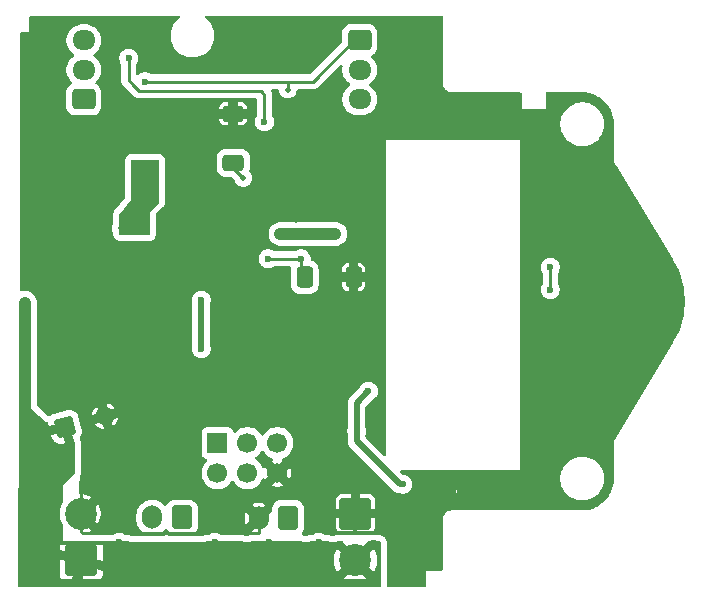
<source format=gbr>
%TF.GenerationSoftware,KiCad,Pcbnew,9.0.3*%
%TF.CreationDate,2025-08-08T12:42:48-04:00*%
%TF.ProjectId,DC_servo_joint,44435f73-6572-4766-9f5f-6a6f696e742e,rev?*%
%TF.SameCoordinates,Original*%
%TF.FileFunction,Copper,L2,Bot*%
%TF.FilePolarity,Positive*%
%FSLAX46Y46*%
G04 Gerber Fmt 4.6, Leading zero omitted, Abs format (unit mm)*
G04 Created by KiCad (PCBNEW 9.0.3) date 2025-08-08 12:42:48*
%MOMM*%
%LPD*%
G01*
G04 APERTURE LIST*
G04 Aperture macros list*
%AMRoundRect*
0 Rectangle with rounded corners*
0 $1 Rounding radius*
0 $2 $3 $4 $5 $6 $7 $8 $9 X,Y pos of 4 corners*
0 Add a 4 corners polygon primitive as box body*
4,1,4,$2,$3,$4,$5,$6,$7,$8,$9,$2,$3,0*
0 Add four circle primitives for the rounded corners*
1,1,$1+$1,$2,$3*
1,1,$1+$1,$4,$5*
1,1,$1+$1,$6,$7*
1,1,$1+$1,$8,$9*
0 Add four rect primitives between the rounded corners*
20,1,$1+$1,$2,$3,$4,$5,0*
20,1,$1+$1,$4,$5,$6,$7,0*
20,1,$1+$1,$6,$7,$8,$9,0*
20,1,$1+$1,$8,$9,$2,$3,0*%
G04 Aperture macros list end*
%TA.AperFunction,HeatsinkPad*%
%ADD10C,0.600000*%
%TD*%
%TA.AperFunction,ComponentPad*%
%ADD11C,0.630000*%
%TD*%
%TA.AperFunction,SMDPad,CuDef*%
%ADD12R,3.300000X2.600000*%
%TD*%
%TA.AperFunction,ComponentPad*%
%ADD13C,1.700000*%
%TD*%
%TA.AperFunction,ComponentPad*%
%ADD14R,1.700000X1.700000*%
%TD*%
%TA.AperFunction,ComponentPad*%
%ADD15O,1.700000X2.000000*%
%TD*%
%TA.AperFunction,ComponentPad*%
%ADD16RoundRect,0.250000X0.600000X0.750000X-0.600000X0.750000X-0.600000X-0.750000X0.600000X-0.750000X0*%
%TD*%
%TA.AperFunction,SMDPad,CuDef*%
%ADD17RoundRect,0.250000X0.650000X-0.425000X0.650000X0.425000X-0.650000X0.425000X-0.650000X-0.425000X0*%
%TD*%
%TA.AperFunction,ComponentPad*%
%ADD18O,1.950000X1.700000*%
%TD*%
%TA.AperFunction,ComponentPad*%
%ADD19RoundRect,0.250000X-0.725000X0.600000X-0.725000X-0.600000X0.725000X-0.600000X0.725000X0.600000X0*%
%TD*%
%TA.AperFunction,ComponentPad*%
%ADD20C,2.700000*%
%TD*%
%TA.AperFunction,ComponentPad*%
%ADD21RoundRect,0.250001X1.099999X-1.099999X1.099999X1.099999X-1.099999X1.099999X-1.099999X-1.099999X0*%
%TD*%
%TA.AperFunction,ComponentPad*%
%ADD22C,1.600000*%
%TD*%
%TA.AperFunction,ComponentPad*%
%ADD23RoundRect,0.250000X-0.388909X-0.673610X0.673610X-0.388909X0.388909X0.673610X-0.673610X0.388909X0*%
%TD*%
%TA.AperFunction,SMDPad,CuDef*%
%ADD24RoundRect,0.250000X-0.425000X-0.650000X0.425000X-0.650000X0.425000X0.650000X-0.425000X0.650000X0*%
%TD*%
%TA.AperFunction,ComponentPad*%
%ADD25RoundRect,0.250001X-1.099999X1.099999X-1.099999X-1.099999X1.099999X-1.099999X1.099999X1.099999X0*%
%TD*%
%TA.AperFunction,ComponentPad*%
%ADD26RoundRect,0.250000X0.725000X-0.600000X0.725000X0.600000X-0.725000X0.600000X-0.725000X-0.600000X0*%
%TD*%
%TA.AperFunction,ViaPad*%
%ADD27C,0.500000*%
%TD*%
%TA.AperFunction,ViaPad*%
%ADD28C,0.600000*%
%TD*%
%TA.AperFunction,ViaPad*%
%ADD29C,0.400000*%
%TD*%
%TA.AperFunction,Conductor*%
%ADD30C,0.250000*%
%TD*%
%TA.AperFunction,Conductor*%
%ADD31C,0.350000*%
%TD*%
%TA.AperFunction,Conductor*%
%ADD32C,0.500000*%
%TD*%
%TA.AperFunction,Conductor*%
%ADD33C,1.000000*%
%TD*%
G04 APERTURE END LIST*
D10*
%TO.P,U2,19,GND*%
%TO.N,GND*%
X123850000Y-77360000D03*
X124950000Y-77360000D03*
X123300000Y-76810000D03*
X124400000Y-76810000D03*
X125500000Y-76810000D03*
X123850000Y-76260000D03*
X124950000Y-76260000D03*
X123300000Y-75710000D03*
X124400000Y-75710000D03*
X125500000Y-75710000D03*
X123850000Y-75160000D03*
X124950000Y-75160000D03*
%TD*%
D11*
%TO.P,U_MOTOR_1,9,GND*%
%TO.N,GND*%
X110950000Y-83000000D03*
X112250000Y-83000000D03*
X113550000Y-83000000D03*
D12*
X112250000Y-82350000D03*
D11*
X110950000Y-81700000D03*
X112250000Y-81700000D03*
X113550000Y-81700000D03*
%TD*%
D13*
%TO.P,J_USB1,6,Pin_6*%
%TO.N,GND*%
X122200000Y-89540000D03*
%TO.P,J_USB1,5,Pin_5*%
%TO.N,/D+*%
X122200000Y-87000000D03*
%TO.P,J_USB1,4,Pin_4*%
%TO.N,unconnected-(J_USB1-Pin_4-Pad4)*%
X119660000Y-89540000D03*
%TO.P,J_USB1,3,Pin_3*%
%TO.N,/D-*%
X119660000Y-87000000D03*
%TO.P,J_USB1,2,Pin_2*%
%TO.N,/usb_5v*%
X117120000Y-89540000D03*
D14*
%TO.P,J_USB1,1,Pin_1*%
%TO.N,unconnected-(J_USB1-Pin_1-Pad1)*%
X117120000Y-87000000D03*
%TD*%
D15*
%TO.P,J_MOT1,2*%
%TO.N,/Mot1*%
X111600000Y-93300000D03*
D16*
%TO.P,J_MOT1,1*%
%TO.N,/Mot2*%
X114100000Y-93300000D03*
%TD*%
D17*
%TO.P,S2,2,B*%
%TO.N,GND*%
X118450000Y-59125000D03*
%TO.P,S2,1,A*%
%TO.N,/BOOT_BTM*%
X118450000Y-63275000D03*
%TD*%
D18*
%TO.P,J_BUS1,3*%
%TO.N,/UART_TX*%
X129155000Y-57900000D03*
%TO.P,J_BUS1,2*%
%TO.N,/RS485B*%
X129155000Y-55400000D03*
D19*
%TO.P,J_BUS1,1*%
%TO.N,/RS485A*%
X129155000Y-52900000D03*
%TD*%
D20*
%TO.P,J_PWR1,2*%
%TO.N,GND*%
X105600000Y-92970000D03*
D21*
%TO.P,J_PWR1,1*%
%TO.N,+12V*%
X105600000Y-96930000D03*
%TD*%
D22*
%TO.P,C15,2*%
%TO.N,GND*%
X107600000Y-84725000D03*
D23*
%TO.P,C15,1*%
%TO.N,+12V*%
X104219260Y-85630867D03*
%TD*%
D24*
%TO.P,S1,2,B*%
%TO.N,GND*%
X128650000Y-72950000D03*
%TO.P,S1,1,A*%
%TO.N,/RST_BTM*%
X124500000Y-72950000D03*
%TD*%
D20*
%TO.P,J_PWR2,2*%
%TO.N,+12V*%
X128800000Y-96930000D03*
D25*
%TO.P,J_PWR2,1*%
%TO.N,GND*%
X128800000Y-92970000D03*
%TD*%
D15*
%TO.P,J_NTC1,2*%
%TO.N,GND*%
X120600000Y-93350000D03*
D16*
%TO.P,J_NTC1,1*%
%TO.N,/NTC_PIN*%
X123100000Y-93350000D03*
%TD*%
D18*
%TO.P,J_BUS2,3*%
%TO.N,/UART_RX*%
X105800000Y-52900000D03*
%TO.P,J_BUS2,2*%
%TO.N,/RS485B*%
X105800000Y-55400000D03*
D26*
%TO.P,J_BUS2,1*%
%TO.N,/RS485A*%
X105800000Y-57900000D03*
%TD*%
D27*
%TO.N,/RS485A*%
X123075000Y-57075000D03*
D28*
%TO.N,GND*%
X108650000Y-59350000D03*
X110000000Y-94600000D03*
X143000000Y-87900000D03*
D27*
X121450000Y-92200000D03*
D28*
X108400000Y-90800000D03*
D27*
X135750000Y-55450000D03*
D28*
X112250000Y-72250000D03*
D27*
X104800000Y-77800000D03*
X105800000Y-51150000D03*
D28*
X129534832Y-81253627D03*
X106000000Y-84000000D03*
X115800000Y-90800000D03*
X134500000Y-98700000D03*
X134850000Y-89600000D03*
D27*
X128500000Y-65300000D03*
D28*
X130900000Y-94500000D03*
X135700000Y-93350000D03*
X145750000Y-66150000D03*
X138700000Y-92100000D03*
D27*
X106800000Y-78800000D03*
D28*
X145700000Y-76300000D03*
X145600000Y-62800000D03*
X153000000Y-68200000D03*
X124600000Y-94600000D03*
X119900000Y-72300000D03*
X149550000Y-78600000D03*
X141800000Y-92100000D03*
X110100000Y-90800000D03*
X143050000Y-61900000D03*
X115800000Y-72600000D03*
X150000000Y-86800000D03*
D27*
X135750000Y-59350000D03*
D28*
X103650000Y-59250000D03*
X126350000Y-61350000D03*
X104550000Y-66150000D03*
X107400000Y-65500000D03*
X126800000Y-91900000D03*
X112850000Y-55350000D03*
X119600000Y-94600000D03*
X122400000Y-73700000D03*
D27*
X139750000Y-59350000D03*
D28*
X126100000Y-70800000D03*
X104600000Y-79200000D03*
D27*
X131400000Y-51150000D03*
D28*
X109050000Y-52200000D03*
X135700000Y-97450000D03*
X107700000Y-83300000D03*
X111450000Y-74900000D03*
X152450000Y-71950000D03*
X118600000Y-68050000D03*
X125200000Y-79500000D03*
X116250000Y-58050000D03*
X112900000Y-87150000D03*
X108700000Y-64900000D03*
D27*
X110800000Y-51150000D03*
D28*
X119700000Y-55250000D03*
X104300000Y-68400000D03*
X117200000Y-74750000D03*
D27*
X125100000Y-64800000D03*
X135750000Y-51150000D03*
D28*
X114100000Y-70900000D03*
X143300000Y-70000000D03*
D29*
X114600000Y-76850000D03*
D27*
X112800000Y-94500000D03*
D28*
X128800000Y-90250000D03*
X114000000Y-68000000D03*
X109200000Y-82300000D03*
X131100000Y-86800000D03*
X105700000Y-90800000D03*
X107350000Y-66900000D03*
X128100000Y-91100000D03*
X100800000Y-59700000D03*
X119400000Y-92200000D03*
D29*
X116900000Y-76850000D03*
D28*
X143300000Y-66150000D03*
X131000000Y-90700000D03*
X113800000Y-58100000D03*
X124350000Y-55250000D03*
X128234701Y-82278233D03*
X144200000Y-73400000D03*
D29*
X114650000Y-75150000D03*
D27*
X100800000Y-56000000D03*
D28*
X125100000Y-58350000D03*
D27*
X121400000Y-51150000D03*
D28*
X129325000Y-62975000D03*
D27*
X108350000Y-76850000D03*
D28*
X105000000Y-65450000D03*
D27*
X126400000Y-51150000D03*
D28*
X106150000Y-65500000D03*
X112900000Y-87850000D03*
X139900000Y-89600000D03*
X150000000Y-63200000D03*
X109150000Y-57300000D03*
D27*
X143100000Y-59400000D03*
D28*
X115800000Y-94600000D03*
X119200000Y-61000000D03*
X119500000Y-76500000D03*
X118600000Y-65300000D03*
X108900000Y-66000000D03*
D27*
X132550000Y-61050000D03*
X123800000Y-68100000D03*
D28*
X116700000Y-73500000D03*
D27*
X137800000Y-61050000D03*
D28*
X126900000Y-94600000D03*
D27*
X129650000Y-61325000D03*
X107400000Y-75200000D03*
X131300000Y-59350000D03*
D28*
X111100000Y-53850000D03*
X153000000Y-81800000D03*
X131900000Y-98700000D03*
X110000000Y-92800000D03*
%TO.N,+12V*%
X108800000Y-98700000D03*
X125700000Y-98700000D03*
X102700000Y-88500000D03*
X121500000Y-98650000D03*
X121500000Y-95350000D03*
X130400000Y-95500000D03*
X116900000Y-95400000D03*
X100850000Y-81800000D03*
X130500000Y-98700000D03*
X108800000Y-95400000D03*
X100750000Y-87850000D03*
X112800000Y-95750000D03*
X100900000Y-98700000D03*
X100900000Y-91600000D03*
X125700000Y-95400000D03*
X112800000Y-98700000D03*
X116900000Y-98700000D03*
X100900000Y-95600000D03*
X100800000Y-75100000D03*
X100800000Y-86300000D03*
%TO.N,/RST_BTM*%
X121400000Y-71400000D03*
X124200000Y-71400000D03*
D27*
%TO.N,/TPS_SW*%
X108950000Y-68800000D03*
X111900000Y-65100000D03*
X111300000Y-65100000D03*
X110950000Y-68400000D03*
X110600000Y-66400000D03*
X110600000Y-65800000D03*
X110700000Y-65100000D03*
X110100000Y-65100000D03*
D28*
%TO.N,/usb_5v*%
X115750000Y-74900000D03*
X115750000Y-79000000D03*
%TO.N,/RS485A*%
X111000000Y-56400000D03*
%TO.N,/UART_RX*%
X121100000Y-59800000D03*
X109600000Y-54400000D03*
%TO.N,+3.3V*%
X132800000Y-90500000D03*
X129900000Y-82600000D03*
X128900000Y-86000000D03*
X127100000Y-69300000D03*
X122450000Y-69300000D03*
%TO.N,/SDA*%
X145300000Y-74000000D03*
X145300000Y-72100000D03*
D27*
%TO.N,/BOOT_BTM*%
X119300000Y-64550000D03*
%TD*%
D30*
%TO.N,/RS485A*%
X123075000Y-56425000D02*
X123100000Y-56400000D01*
X123075000Y-57075000D02*
X123075000Y-56425000D01*
D31*
%TO.N,GND*%
X130800000Y-94600000D02*
X130900000Y-94500000D01*
D30*
X105600000Y-94500000D02*
X105750000Y-94650000D01*
D31*
X110076000Y-94676000D02*
X110000000Y-94600000D01*
X126900000Y-94600000D02*
X128750000Y-94600000D01*
X112800000Y-94500000D02*
X112624000Y-94676000D01*
X115800000Y-94600000D02*
X115724000Y-94676000D01*
X128800000Y-94550000D02*
X128800000Y-92970000D01*
X112624000Y-94676000D02*
X110076000Y-94676000D01*
D30*
X105600000Y-92970000D02*
X105600000Y-94500000D01*
X105750000Y-94650000D02*
X106450000Y-94650000D01*
D31*
X115724000Y-94676000D02*
X112976000Y-94676000D01*
X112976000Y-94676000D02*
X112800000Y-94500000D01*
X128750000Y-94600000D02*
X130800000Y-94600000D01*
D30*
X119600000Y-94600000D02*
X120600000Y-94600000D01*
X120600000Y-94600000D02*
X120600000Y-93350000D01*
D31*
X128750000Y-94600000D02*
X128800000Y-94550000D01*
D30*
X105600000Y-92970000D02*
X105600000Y-90900000D01*
X105600000Y-90900000D02*
X105700000Y-90800000D01*
D31*
%TO.N,+12V*%
X105600000Y-98700000D02*
X108800000Y-98700000D01*
X130500000Y-98700000D02*
X125700000Y-98700000D01*
D32*
X100800000Y-86100000D02*
X102050000Y-86100000D01*
D33*
X100800000Y-86300000D02*
X100800000Y-75500000D01*
D31*
X101000000Y-95500000D02*
X100900000Y-95600000D01*
X105600000Y-98700000D02*
X105600000Y-96930000D01*
D33*
X100800000Y-75500000D02*
X100800000Y-75100000D01*
D31*
X108700000Y-95500000D02*
X101000000Y-95500000D01*
X108800000Y-95400000D02*
X108700000Y-95500000D01*
X100900000Y-98700000D02*
X105600000Y-98700000D01*
D30*
%TO.N,/RST_BTM*%
X121600000Y-71400000D02*
X121400000Y-71400000D01*
X124200000Y-71400000D02*
X124200000Y-72650000D01*
X124200000Y-71400000D02*
X121600000Y-71400000D01*
D32*
%TO.N,/usb_5v*%
X115750000Y-79000000D02*
X115750000Y-74900000D01*
D30*
%TO.N,/RS485A*%
X125200000Y-56400000D02*
X128700000Y-52900000D01*
X123100000Y-56400000D02*
X125200000Y-56400000D01*
X111000000Y-56400000D02*
X123100000Y-56400000D01*
%TO.N,/UART_RX*%
X121100000Y-57500000D02*
X121000000Y-57400000D01*
X121000000Y-57400000D02*
X120800000Y-57200000D01*
X120800000Y-57200000D02*
X120600000Y-57200000D01*
X121100000Y-59800000D02*
X121100000Y-57500000D01*
X110000000Y-56700000D02*
X109600000Y-56300000D01*
X120600000Y-57200000D02*
X110500000Y-57200000D01*
X109600000Y-56300000D02*
X109600000Y-54400000D01*
X110500000Y-57200000D02*
X110000000Y-56700000D01*
D32*
%TO.N,+3.3V*%
X132800000Y-90500000D02*
X132545032Y-90500000D01*
X131872516Y-89827484D02*
X128900000Y-86854968D01*
D33*
X122450000Y-69300000D02*
X125300000Y-69300000D01*
D32*
X128900000Y-83600000D02*
X129900000Y-82600000D01*
X132545032Y-90500000D02*
X131872516Y-89827484D01*
X128900000Y-86000000D02*
X128900000Y-83600000D01*
D33*
X125250000Y-69300000D02*
X127100000Y-69300000D01*
X125300000Y-69300000D02*
X125250000Y-69300000D01*
D32*
X128900000Y-86854968D02*
X128900000Y-86000000D01*
D30*
%TO.N,/SDA*%
X145300000Y-74000000D02*
X145300000Y-72100000D01*
%TO.N,/BOOT_BTM*%
X118450000Y-63700000D02*
X119300000Y-64550000D01*
%TD*%
%TA.AperFunction,Conductor*%
%TO.N,GND*%
G36*
X114999500Y-78695396D02*
G01*
X114990062Y-78742844D01*
X114980263Y-78766503D01*
X114980262Y-78766506D01*
X114980260Y-78766511D01*
X114949500Y-78921153D01*
X114949500Y-79078846D01*
X114980261Y-79233489D01*
X114980264Y-79233501D01*
X115040602Y-79379172D01*
X115040609Y-79379185D01*
X115128210Y-79510288D01*
X115128213Y-79510292D01*
X115239707Y-79621786D01*
X115239711Y-79621789D01*
X115370814Y-79709390D01*
X115370827Y-79709397D01*
X115516498Y-79769735D01*
X115516503Y-79769737D01*
X115671153Y-79800499D01*
X115671156Y-79800500D01*
X115671158Y-79800500D01*
X115828844Y-79800500D01*
X115828845Y-79800499D01*
X115983497Y-79769737D01*
X116129179Y-79709394D01*
X116260289Y-79621789D01*
X116371789Y-79510289D01*
X116459394Y-79379179D01*
X116519737Y-79233497D01*
X116550500Y-79078842D01*
X116550500Y-78921158D01*
X116550500Y-78921155D01*
X116550499Y-78921153D01*
X116519739Y-78766511D01*
X116519738Y-78766508D01*
X116519737Y-78766503D01*
X116509937Y-78742844D01*
X116500500Y-78695396D01*
X116500500Y-75600000D01*
X116600000Y-75600000D01*
X116600000Y-83685000D01*
X114800000Y-84000000D01*
X110050000Y-84000000D01*
X109550000Y-83650000D01*
X101800500Y-83650000D01*
X101800500Y-75600000D01*
X114999500Y-75600000D01*
X114999500Y-78695396D01*
G37*
%TD.AperFunction*%
%TD*%
%TA.AperFunction,Conductor*%
%TO.N,+12V*%
G36*
X109561356Y-95269685D02*
G01*
X109563146Y-95270857D01*
X109620821Y-95309394D01*
X109620823Y-95309395D01*
X109620827Y-95309397D01*
X109746991Y-95361655D01*
X109766503Y-95369737D01*
X109921153Y-95400499D01*
X109921156Y-95400500D01*
X109921158Y-95400500D01*
X110078844Y-95400500D01*
X110078845Y-95400499D01*
X110233497Y-95369737D01*
X110253009Y-95361655D01*
X110254738Y-95360939D01*
X110302190Y-95351500D01*
X112690532Y-95351500D01*
X112739724Y-95341714D01*
X112775809Y-95334537D01*
X112824191Y-95334537D01*
X112847074Y-95339088D01*
X112909467Y-95351500D01*
X112909469Y-95351500D01*
X113042531Y-95351500D01*
X115497810Y-95351500D01*
X115545262Y-95360939D01*
X115546991Y-95361655D01*
X115566503Y-95369737D01*
X115721153Y-95400499D01*
X115721156Y-95400500D01*
X115721158Y-95400500D01*
X115878844Y-95400500D01*
X115878845Y-95400499D01*
X116033497Y-95369737D01*
X116179179Y-95309394D01*
X116236793Y-95270897D01*
X116303468Y-95250020D01*
X116305683Y-95250000D01*
X119094317Y-95250000D01*
X119161356Y-95269685D01*
X119163146Y-95270857D01*
X119220821Y-95309394D01*
X119220823Y-95309395D01*
X119220827Y-95309397D01*
X119346991Y-95361655D01*
X119366503Y-95369737D01*
X119521153Y-95400499D01*
X119521156Y-95400500D01*
X119521158Y-95400500D01*
X119678844Y-95400500D01*
X119678845Y-95400499D01*
X119833497Y-95369737D01*
X119979179Y-95309394D01*
X120036793Y-95270897D01*
X120103468Y-95250020D01*
X120105683Y-95250000D01*
X124094317Y-95250000D01*
X124161356Y-95269685D01*
X124163146Y-95270857D01*
X124220821Y-95309394D01*
X124220823Y-95309395D01*
X124220827Y-95309397D01*
X124346991Y-95361655D01*
X124366503Y-95369737D01*
X124521153Y-95400499D01*
X124521156Y-95400500D01*
X124521158Y-95400500D01*
X124678844Y-95400500D01*
X124678845Y-95400499D01*
X124833497Y-95369737D01*
X124979179Y-95309394D01*
X125036793Y-95270897D01*
X125103468Y-95250020D01*
X125105683Y-95250000D01*
X126394317Y-95250000D01*
X126461356Y-95269685D01*
X126463146Y-95270857D01*
X126520821Y-95309394D01*
X126520823Y-95309395D01*
X126520827Y-95309397D01*
X126646991Y-95361655D01*
X126666503Y-95369737D01*
X126821153Y-95400499D01*
X126821156Y-95400500D01*
X126821158Y-95400500D01*
X126978844Y-95400500D01*
X126978845Y-95400499D01*
X127133497Y-95369737D01*
X127279179Y-95309394D01*
X127292490Y-95300500D01*
X127298628Y-95296399D01*
X127365305Y-95275520D01*
X127367520Y-95275500D01*
X127675205Y-95275500D01*
X127742244Y-95295185D01*
X127787999Y-95347989D01*
X127788761Y-95353077D01*
X128549437Y-96113752D01*
X128397374Y-96176740D01*
X128258156Y-96269762D01*
X128139762Y-96388156D01*
X128046740Y-96527374D01*
X127983753Y-96679437D01*
X127238651Y-95934336D01*
X127137227Y-96110007D01*
X127137220Y-96110021D01*
X127044421Y-96334060D01*
X126981653Y-96568312D01*
X126950001Y-96808735D01*
X126950000Y-96808751D01*
X126950000Y-97051248D01*
X126950001Y-97051264D01*
X126981653Y-97291687D01*
X127044421Y-97525939D01*
X127137221Y-97749981D01*
X127137229Y-97749997D01*
X127238651Y-97925663D01*
X127983752Y-97180562D01*
X128046740Y-97332626D01*
X128139762Y-97471844D01*
X128258156Y-97590238D01*
X128397374Y-97683260D01*
X128549437Y-97746246D01*
X127804335Y-98491347D01*
X127804335Y-98491348D01*
X127980002Y-98592770D01*
X127980018Y-98592778D01*
X128204060Y-98685578D01*
X128438312Y-98748346D01*
X128678735Y-98779998D01*
X128678752Y-98780000D01*
X128921248Y-98780000D01*
X128921264Y-98779998D01*
X129161687Y-98748346D01*
X129395939Y-98685578D01*
X129619981Y-98592778D01*
X129619990Y-98592773D01*
X129795663Y-98491347D01*
X129050562Y-97746247D01*
X129202626Y-97683260D01*
X129341844Y-97590238D01*
X129460238Y-97471844D01*
X129553260Y-97332626D01*
X129616247Y-97180562D01*
X130361347Y-97925663D01*
X130462773Y-97749990D01*
X130462778Y-97749981D01*
X130555578Y-97525939D01*
X130618346Y-97291687D01*
X130649998Y-97051264D01*
X130650000Y-97051248D01*
X130650000Y-96808751D01*
X130649998Y-96808735D01*
X130618346Y-96568312D01*
X130555578Y-96334060D01*
X130462778Y-96110018D01*
X130462770Y-96110002D01*
X130361347Y-95934335D01*
X129616246Y-96679436D01*
X129553260Y-96527374D01*
X129460238Y-96388156D01*
X129341844Y-96269762D01*
X129202626Y-96176740D01*
X129050560Y-96113752D01*
X129811687Y-95352627D01*
X129812619Y-95346654D01*
X129858997Y-95294396D01*
X129924794Y-95275500D01*
X130683264Y-95275500D01*
X130704657Y-95277359D01*
X130706027Y-95277599D01*
X130821158Y-95300500D01*
X130836779Y-95300500D01*
X130847393Y-95302359D01*
X130869443Y-95313256D01*
X130893039Y-95320185D01*
X130900210Y-95328461D01*
X130910031Y-95333315D01*
X130922690Y-95354404D01*
X130938794Y-95372989D01*
X130941606Y-95385917D01*
X130945990Y-95393220D01*
X130945645Y-95404482D01*
X130950000Y-95424500D01*
X130950000Y-99075500D01*
X130930315Y-99142539D01*
X130877511Y-99188294D01*
X130826000Y-99199500D01*
X100374000Y-99199500D01*
X100306961Y-99179815D01*
X100261206Y-99127011D01*
X100250000Y-99075500D01*
X100250000Y-95300185D01*
X100250000Y-95300000D01*
X103969340Y-95300000D01*
X103907684Y-95361655D01*
X103815643Y-95510876D01*
X103815641Y-95510881D01*
X103760494Y-95677303D01*
X103760493Y-95677310D01*
X103750000Y-95780014D01*
X103750000Y-96020184D01*
X104978546Y-96349371D01*
X104939762Y-96388156D01*
X104846740Y-96527374D01*
X104782665Y-96682064D01*
X104750000Y-96846282D01*
X104750000Y-97013718D01*
X104771564Y-97122131D01*
X103750000Y-96848404D01*
X103750000Y-98079985D01*
X103760493Y-98182689D01*
X103760494Y-98182696D01*
X103815641Y-98349118D01*
X103815643Y-98349123D01*
X103907684Y-98498344D01*
X104031655Y-98622315D01*
X104180876Y-98714356D01*
X104180881Y-98714358D01*
X104347303Y-98769505D01*
X104347310Y-98769506D01*
X104450014Y-98779999D01*
X104450027Y-98780000D01*
X104690184Y-98780000D01*
X104690184Y-98779999D01*
X104691556Y-98774881D01*
X104691556Y-98774880D01*
X105019370Y-97551452D01*
X105058156Y-97590238D01*
X105197374Y-97683260D01*
X105352064Y-97747335D01*
X105516282Y-97780000D01*
X105683718Y-97780000D01*
X105792130Y-97758435D01*
X105518404Y-98779999D01*
X105518404Y-98780000D01*
X106749973Y-98780000D01*
X106749985Y-98779999D01*
X106852689Y-98769506D01*
X106852696Y-98769505D01*
X107019118Y-98714358D01*
X107019123Y-98714356D01*
X107168344Y-98622315D01*
X107292315Y-98498344D01*
X107364195Y-98381809D01*
X107364195Y-98381808D01*
X107384355Y-98349125D01*
X107384358Y-98349118D01*
X107439505Y-98182696D01*
X107439506Y-98182689D01*
X107449999Y-98079985D01*
X107450000Y-98079972D01*
X107450000Y-97839814D01*
X106221454Y-97510627D01*
X106260238Y-97471844D01*
X106353260Y-97332626D01*
X106417335Y-97177936D01*
X106450000Y-97013718D01*
X106450000Y-96846282D01*
X106428435Y-96737867D01*
X107449999Y-97011594D01*
X107450000Y-97011594D01*
X107450000Y-95780027D01*
X107449999Y-95780014D01*
X107439506Y-95677310D01*
X107439505Y-95677303D01*
X107384358Y-95510881D01*
X107384356Y-95510876D01*
X107340082Y-95439097D01*
X107321642Y-95371704D01*
X107342565Y-95305041D01*
X107396207Y-95260271D01*
X107445621Y-95250000D01*
X109494317Y-95250000D01*
X109561356Y-95269685D01*
G37*
%TD.AperFunction*%
%TD*%
%TA.AperFunction,Conductor*%
%TO.N,GND*%
G36*
X131400000Y-85400000D02*
G01*
X129650500Y-85400000D01*
X129650500Y-83962229D01*
X129670185Y-83895190D01*
X129686819Y-83874548D01*
X130215297Y-83346069D01*
X130255522Y-83319192D01*
X130279179Y-83309394D01*
X130410289Y-83221789D01*
X130521789Y-83110289D01*
X130609394Y-82979179D01*
X130669737Y-82833497D01*
X130700500Y-82678842D01*
X130700500Y-82521158D01*
X130700500Y-82521155D01*
X130700499Y-82521153D01*
X130669738Y-82366510D01*
X130669737Y-82366503D01*
X130619194Y-82244480D01*
X130609397Y-82220827D01*
X130609390Y-82220814D01*
X130521789Y-82089711D01*
X130521786Y-82089707D01*
X130410292Y-81978213D01*
X130410288Y-81978210D01*
X130279185Y-81890609D01*
X130279172Y-81890602D01*
X130133501Y-81830264D01*
X130133489Y-81830261D01*
X129978845Y-81799500D01*
X129978842Y-81799500D01*
X129821158Y-81799500D01*
X129821155Y-81799500D01*
X129666510Y-81830261D01*
X129666498Y-81830264D01*
X129520827Y-81890602D01*
X129520814Y-81890609D01*
X129389711Y-81978210D01*
X129389707Y-81978213D01*
X129278213Y-82089707D01*
X129278207Y-82089715D01*
X129190607Y-82220818D01*
X129190606Y-82220819D01*
X129180805Y-82244480D01*
X129153927Y-82284703D01*
X128317047Y-83121584D01*
X128317045Y-83121586D01*
X128280381Y-83176462D01*
X128280379Y-83176465D01*
X128234919Y-83244499D01*
X128234912Y-83244511D01*
X128178343Y-83381082D01*
X128178340Y-83381092D01*
X128149500Y-83526079D01*
X128149500Y-85400000D01*
X116600000Y-85400000D01*
X116600000Y-71321153D01*
X120599500Y-71321153D01*
X120599500Y-71478846D01*
X120630261Y-71633489D01*
X120630264Y-71633501D01*
X120690602Y-71779172D01*
X120690609Y-71779185D01*
X120778210Y-71910288D01*
X120778213Y-71910292D01*
X120889707Y-72021786D01*
X120889711Y-72021789D01*
X121020814Y-72109390D01*
X121020827Y-72109397D01*
X121163652Y-72168556D01*
X121166503Y-72169737D01*
X121321153Y-72200499D01*
X121321156Y-72200500D01*
X121321158Y-72200500D01*
X121478844Y-72200500D01*
X121478845Y-72200499D01*
X121633497Y-72169737D01*
X121779179Y-72109394D01*
X121873459Y-72046398D01*
X121940136Y-72025520D01*
X121942350Y-72025500D01*
X123210121Y-72025500D01*
X123277160Y-72045185D01*
X123322915Y-72097989D01*
X123333479Y-72162103D01*
X123324500Y-72249983D01*
X123324500Y-73650001D01*
X123324501Y-73650018D01*
X123335000Y-73752796D01*
X123335001Y-73752799D01*
X123390185Y-73919331D01*
X123390186Y-73919334D01*
X123482288Y-74068656D01*
X123606344Y-74192712D01*
X123755666Y-74284814D01*
X123922203Y-74339999D01*
X124024991Y-74350500D01*
X124975008Y-74350499D01*
X124975016Y-74350498D01*
X124975019Y-74350498D01*
X125031302Y-74344748D01*
X125077797Y-74339999D01*
X125244334Y-74284814D01*
X125393656Y-74192712D01*
X125517712Y-74068656D01*
X125609814Y-73919334D01*
X125664999Y-73752797D01*
X125675500Y-73650009D01*
X125675500Y-73643053D01*
X127675000Y-73643053D01*
X127685613Y-73731443D01*
X127741079Y-73872095D01*
X127832435Y-73992564D01*
X127952904Y-74083920D01*
X128093556Y-74139386D01*
X128181946Y-74150000D01*
X128250000Y-74150000D01*
X129050000Y-74150000D01*
X129118054Y-74150000D01*
X129206443Y-74139386D01*
X129347095Y-74083920D01*
X129467564Y-73992564D01*
X129558920Y-73872095D01*
X129614386Y-73731443D01*
X129625000Y-73643053D01*
X129625000Y-73350000D01*
X129050000Y-73350000D01*
X129050000Y-74150000D01*
X128250000Y-74150000D01*
X128250000Y-73350000D01*
X127675000Y-73350000D01*
X127675000Y-73643053D01*
X125675500Y-73643053D01*
X125675499Y-72256946D01*
X127675000Y-72256946D01*
X127675000Y-72550000D01*
X128250000Y-72550000D01*
X129050000Y-72550000D01*
X129625000Y-72550000D01*
X129625000Y-72256946D01*
X129614386Y-72168556D01*
X129558920Y-72027904D01*
X129467564Y-71907435D01*
X129347095Y-71816079D01*
X129206443Y-71760613D01*
X129118054Y-71750000D01*
X129050000Y-71750000D01*
X129050000Y-72550000D01*
X128250000Y-72550000D01*
X128250000Y-71750000D01*
X128181946Y-71750000D01*
X128093556Y-71760613D01*
X127952904Y-71816079D01*
X127832435Y-71907435D01*
X127741079Y-72027904D01*
X127685613Y-72168556D01*
X127675000Y-72256946D01*
X125675499Y-72256946D01*
X125675499Y-72249992D01*
X125664999Y-72147203D01*
X125609814Y-71980666D01*
X125517712Y-71831344D01*
X125393656Y-71707288D01*
X125244334Y-71615186D01*
X125244331Y-71615185D01*
X125085496Y-71562552D01*
X125028051Y-71522779D01*
X125001228Y-71458263D01*
X125000500Y-71444846D01*
X125000500Y-71321155D01*
X125000499Y-71321153D01*
X124969738Y-71166510D01*
X124969737Y-71166503D01*
X124969735Y-71166498D01*
X124909397Y-71020827D01*
X124909390Y-71020814D01*
X124821789Y-70889711D01*
X124821786Y-70889707D01*
X124710292Y-70778213D01*
X124710288Y-70778210D01*
X124579185Y-70690609D01*
X124579172Y-70690602D01*
X124433501Y-70630264D01*
X124433489Y-70630261D01*
X124278845Y-70599500D01*
X124278842Y-70599500D01*
X124121158Y-70599500D01*
X124121155Y-70599500D01*
X123966510Y-70630261D01*
X123966498Y-70630264D01*
X123820827Y-70690602D01*
X123820815Y-70690609D01*
X123726541Y-70753602D01*
X123659864Y-70774480D01*
X123657650Y-70774500D01*
X121942350Y-70774500D01*
X121875311Y-70754815D01*
X121873459Y-70753602D01*
X121779184Y-70690609D01*
X121779172Y-70690602D01*
X121633501Y-70630264D01*
X121633489Y-70630261D01*
X121478845Y-70599500D01*
X121478842Y-70599500D01*
X121321158Y-70599500D01*
X121321155Y-70599500D01*
X121166510Y-70630261D01*
X121166498Y-70630264D01*
X121020827Y-70690602D01*
X121020814Y-70690609D01*
X120889711Y-70778210D01*
X120889707Y-70778213D01*
X120778213Y-70889707D01*
X120778210Y-70889711D01*
X120690609Y-71020814D01*
X120690602Y-71020827D01*
X120630264Y-71166498D01*
X120630261Y-71166510D01*
X120599500Y-71321153D01*
X116600000Y-71321153D01*
X116600000Y-69398543D01*
X121449499Y-69398543D01*
X121487947Y-69591829D01*
X121487950Y-69591839D01*
X121563364Y-69773907D01*
X121563371Y-69773920D01*
X121672860Y-69937781D01*
X121672863Y-69937785D01*
X121812214Y-70077136D01*
X121812218Y-70077139D01*
X121976079Y-70186628D01*
X121976092Y-70186635D01*
X122158160Y-70262049D01*
X122158165Y-70262051D01*
X122158169Y-70262051D01*
X122158170Y-70262052D01*
X122351456Y-70300500D01*
X122351459Y-70300500D01*
X127198543Y-70300500D01*
X127328582Y-70274632D01*
X127391835Y-70262051D01*
X127573914Y-70186632D01*
X127737782Y-70077139D01*
X127877139Y-69937782D01*
X127986632Y-69773914D01*
X128062051Y-69591835D01*
X128100500Y-69398541D01*
X128100500Y-69201459D01*
X128100500Y-69201456D01*
X128062052Y-69008170D01*
X128062051Y-69008169D01*
X128062051Y-69008165D01*
X128062049Y-69008160D01*
X127986635Y-68826092D01*
X127986628Y-68826079D01*
X127877139Y-68662218D01*
X127877136Y-68662214D01*
X127737785Y-68522863D01*
X127737781Y-68522860D01*
X127573920Y-68413371D01*
X127573907Y-68413364D01*
X127391839Y-68337950D01*
X127391829Y-68337947D01*
X127198543Y-68299500D01*
X127198541Y-68299500D01*
X125398541Y-68299500D01*
X122351459Y-68299500D01*
X122351457Y-68299500D01*
X122158170Y-68337947D01*
X122158160Y-68337950D01*
X121976092Y-68413364D01*
X121976079Y-68413371D01*
X121812218Y-68522860D01*
X121812214Y-68522863D01*
X121672863Y-68662214D01*
X121672860Y-68662218D01*
X121563371Y-68826079D01*
X121563364Y-68826092D01*
X121487950Y-69008160D01*
X121487947Y-69008170D01*
X121449500Y-69201456D01*
X121449500Y-69201459D01*
X121449500Y-69398541D01*
X121449500Y-69398543D01*
X121449499Y-69398543D01*
X116600000Y-69398543D01*
X116600000Y-62799983D01*
X117049500Y-62799983D01*
X117049500Y-63750001D01*
X117049501Y-63750019D01*
X117060000Y-63852796D01*
X117060001Y-63852799D01*
X117115185Y-64019331D01*
X117115187Y-64019336D01*
X117147411Y-64071580D01*
X117207288Y-64168656D01*
X117331344Y-64292712D01*
X117480666Y-64384814D01*
X117647203Y-64439999D01*
X117749991Y-64450500D01*
X118264546Y-64450499D01*
X118331585Y-64470183D01*
X118352227Y-64486818D01*
X118537843Y-64672434D01*
X118571328Y-64733757D01*
X118571779Y-64735923D01*
X118578340Y-64768907D01*
X118578342Y-64768915D01*
X118634912Y-64905488D01*
X118634919Y-64905501D01*
X118717048Y-65028415D01*
X118717051Y-65028419D01*
X118821580Y-65132948D01*
X118821584Y-65132951D01*
X118944498Y-65215080D01*
X118944511Y-65215087D01*
X119081082Y-65271656D01*
X119081087Y-65271658D01*
X119081091Y-65271658D01*
X119081092Y-65271659D01*
X119226079Y-65300500D01*
X119226082Y-65300500D01*
X119373920Y-65300500D01*
X119471462Y-65281096D01*
X119518913Y-65271658D01*
X119655495Y-65215084D01*
X119778416Y-65132951D01*
X119882951Y-65028416D01*
X119965084Y-64905495D01*
X120021658Y-64768913D01*
X120035559Y-64699032D01*
X120050500Y-64623920D01*
X120050500Y-64476079D01*
X120021659Y-64331092D01*
X120021658Y-64331091D01*
X120021658Y-64331087D01*
X120005762Y-64292710D01*
X119965087Y-64194511D01*
X119965080Y-64194498D01*
X119882951Y-64071584D01*
X119882948Y-64071580D01*
X119850317Y-64038949D01*
X119816832Y-63977626D01*
X119820292Y-63912264D01*
X119839999Y-63852797D01*
X119850500Y-63750009D01*
X119850499Y-62799992D01*
X119839999Y-62697203D01*
X119784814Y-62530666D01*
X119692712Y-62381344D01*
X119568656Y-62257288D01*
X119419334Y-62165186D01*
X119252797Y-62110001D01*
X119252795Y-62110000D01*
X119150010Y-62099500D01*
X117749998Y-62099500D01*
X117749981Y-62099501D01*
X117647203Y-62110000D01*
X117647200Y-62110001D01*
X117480668Y-62165185D01*
X117480663Y-62165187D01*
X117331342Y-62257289D01*
X117207289Y-62381342D01*
X117115187Y-62530663D01*
X117115186Y-62530666D01*
X117060001Y-62697203D01*
X117060001Y-62697204D01*
X117060000Y-62697204D01*
X117049500Y-62799983D01*
X116600000Y-62799983D01*
X116600000Y-61300000D01*
X131400000Y-61300000D01*
X131400000Y-85400000D01*
G37*
%TD.AperFunction*%
%TD*%
%TA.AperFunction,Conductor*%
%TO.N,GND*%
G36*
X105500000Y-85385910D02*
G01*
X105320152Y-84714710D01*
X105300523Y-84663125D01*
X105283409Y-84618147D01*
X105283402Y-84618134D01*
X105187001Y-84471563D01*
X105187000Y-84471562D01*
X105059388Y-84351166D01*
X105059383Y-84351162D01*
X104954459Y-84290584D01*
X104907451Y-84263444D01*
X104907449Y-84263443D01*
X104907447Y-84263442D01*
X104739379Y-84213128D01*
X104564233Y-84202925D01*
X104462233Y-84219386D01*
X104462220Y-84219389D01*
X103303096Y-84529977D01*
X103206540Y-84566717D01*
X103206527Y-84566724D01*
X103059956Y-84663125D01*
X103059954Y-84663127D01*
X103020240Y-84705221D01*
X103005824Y-84713645D01*
X102994594Y-84726002D01*
X102976282Y-84730910D01*
X102959916Y-84740475D01*
X102942717Y-84739906D01*
X102927107Y-84744091D01*
X102901833Y-84738555D01*
X102892301Y-84738241D01*
X102886483Y-84736381D01*
X102869265Y-84728948D01*
X102829382Y-84718134D01*
X102826731Y-84717287D01*
X102818701Y-84711853D01*
X102784380Y-84693832D01*
X101844403Y-83898466D01*
X101805941Y-83840135D01*
X101800500Y-83803806D01*
X101800500Y-83650000D01*
X105500000Y-83650000D01*
X105500000Y-85385910D01*
G37*
%TD.AperFunction*%
%TD*%
%TA.AperFunction,Conductor*%
%TO.N,/TPS_SW*%
G36*
X112143039Y-63019685D02*
G01*
X112188794Y-63072489D01*
X112200000Y-63124000D01*
X112200000Y-66548638D01*
X112180315Y-66615677D01*
X112163681Y-66636319D01*
X111400000Y-67399999D01*
X111400000Y-69276000D01*
X111380315Y-69343039D01*
X111327511Y-69388794D01*
X111276000Y-69400000D01*
X108924000Y-69400000D01*
X108856961Y-69380315D01*
X108811206Y-69327511D01*
X108800000Y-69276000D01*
X108800000Y-67644893D01*
X108819685Y-67577854D01*
X108828736Y-67565516D01*
X109800000Y-66400000D01*
X109800000Y-63124000D01*
X109819685Y-63056961D01*
X109872489Y-63011206D01*
X109924000Y-63000000D01*
X112076000Y-63000000D01*
X112143039Y-63019685D01*
G37*
%TD.AperFunction*%
%TD*%
%TA.AperFunction,Conductor*%
%TO.N,GND*%
G36*
X113876799Y-50820185D02*
G01*
X113922554Y-50872989D01*
X113932498Y-50942147D01*
X113903473Y-51005703D01*
X113885246Y-51022876D01*
X113777263Y-51105733D01*
X113777256Y-51105739D01*
X113605739Y-51277256D01*
X113605733Y-51277263D01*
X113458067Y-51469706D01*
X113336777Y-51679785D01*
X113336773Y-51679794D01*
X113243947Y-51903895D01*
X113181161Y-52138214D01*
X113149500Y-52378711D01*
X113149500Y-52621288D01*
X113181161Y-52861785D01*
X113243947Y-53096104D01*
X113336773Y-53320205D01*
X113336776Y-53320212D01*
X113458064Y-53530289D01*
X113458066Y-53530292D01*
X113458067Y-53530293D01*
X113605733Y-53722736D01*
X113605739Y-53722743D01*
X113777256Y-53894260D01*
X113777262Y-53894265D01*
X113969711Y-54041936D01*
X114179788Y-54163224D01*
X114403900Y-54256054D01*
X114638211Y-54318838D01*
X114818586Y-54342584D01*
X114878711Y-54350500D01*
X114878712Y-54350500D01*
X115121289Y-54350500D01*
X115169388Y-54344167D01*
X115361789Y-54318838D01*
X115596100Y-54256054D01*
X115820212Y-54163224D01*
X116030289Y-54041936D01*
X116222738Y-53894265D01*
X116394265Y-53722738D01*
X116541936Y-53530289D01*
X116663224Y-53320212D01*
X116756054Y-53096100D01*
X116818838Y-52861789D01*
X116850500Y-52621288D01*
X116850500Y-52378712D01*
X116818838Y-52138211D01*
X116756054Y-51903900D01*
X116663224Y-51679788D01*
X116541936Y-51469711D01*
X116394265Y-51277262D01*
X116394260Y-51277256D01*
X116222743Y-51105739D01*
X116222736Y-51105733D01*
X116114754Y-51022876D01*
X116073551Y-50966448D01*
X116069396Y-50896702D01*
X116103608Y-50835782D01*
X116165325Y-50803029D01*
X116190240Y-50800500D01*
X136075500Y-50800500D01*
X136142539Y-50820185D01*
X136188294Y-50872989D01*
X136199500Y-50924500D01*
X136199500Y-56578846D01*
X136230261Y-56733489D01*
X136230264Y-56733501D01*
X136290602Y-56879172D01*
X136290609Y-56879185D01*
X136378210Y-57010288D01*
X136378213Y-57010292D01*
X136489707Y-57121786D01*
X136489711Y-57121789D01*
X136620814Y-57209390D01*
X136620827Y-57209397D01*
X136718848Y-57249998D01*
X136766503Y-57269737D01*
X136921153Y-57300499D01*
X136921156Y-57300500D01*
X136921158Y-57300500D01*
X137392835Y-57300500D01*
X137388799Y-61300000D01*
X100400000Y-61300000D01*
X100400000Y-59593053D01*
X117250000Y-59593053D01*
X117260613Y-59681443D01*
X117316079Y-59822095D01*
X117407435Y-59942564D01*
X117527904Y-60033920D01*
X117668556Y-60089386D01*
X117756946Y-60100000D01*
X118050000Y-60100000D01*
X118850000Y-60100000D01*
X119143054Y-60100000D01*
X119231443Y-60089386D01*
X119372095Y-60033920D01*
X119492564Y-59942564D01*
X119583920Y-59822095D01*
X119639386Y-59681443D01*
X119650000Y-59593053D01*
X119650000Y-59525000D01*
X118850000Y-59525000D01*
X118850000Y-60100000D01*
X118050000Y-60100000D01*
X118050000Y-59525000D01*
X117250000Y-59525000D01*
X117250000Y-59593053D01*
X100400000Y-59593053D01*
X100400000Y-52793713D01*
X104324500Y-52793713D01*
X104324500Y-53006287D01*
X104357754Y-53216243D01*
X104391536Y-53320214D01*
X104423444Y-53418414D01*
X104519951Y-53607820D01*
X104644890Y-53779786D01*
X104795209Y-53930105D01*
X104795214Y-53930109D01*
X104959793Y-54049682D01*
X105002459Y-54105011D01*
X105008438Y-54174625D01*
X104975833Y-54236420D01*
X104959793Y-54250318D01*
X104795214Y-54369890D01*
X104795209Y-54369894D01*
X104644890Y-54520213D01*
X104519951Y-54692179D01*
X104423444Y-54881585D01*
X104357753Y-55083760D01*
X104356754Y-55090068D01*
X104324500Y-55293713D01*
X104324500Y-55506287D01*
X104357754Y-55716243D01*
X104414117Y-55889711D01*
X104423444Y-55918414D01*
X104519951Y-56107820D01*
X104644890Y-56279786D01*
X104783705Y-56418601D01*
X104817190Y-56479924D01*
X104812206Y-56549616D01*
X104770334Y-56605549D01*
X104761121Y-56611821D01*
X104606342Y-56707289D01*
X104482289Y-56831342D01*
X104390187Y-56980663D01*
X104390185Y-56980668D01*
X104380369Y-57010292D01*
X104335001Y-57147203D01*
X104335001Y-57147204D01*
X104335000Y-57147204D01*
X104324500Y-57249983D01*
X104324500Y-58550001D01*
X104324501Y-58550018D01*
X104335000Y-58652796D01*
X104335001Y-58652799D01*
X104377081Y-58779786D01*
X104390186Y-58819334D01*
X104482288Y-58968656D01*
X104606344Y-59092712D01*
X104755666Y-59184814D01*
X104922203Y-59239999D01*
X105024991Y-59250500D01*
X106575008Y-59250499D01*
X106677797Y-59239999D01*
X106844334Y-59184814D01*
X106993656Y-59092712D01*
X107117712Y-58968656D01*
X107209814Y-58819334D01*
X107263624Y-58656946D01*
X117250000Y-58656946D01*
X117250000Y-58725000D01*
X118050000Y-58725000D01*
X118850000Y-58725000D01*
X119650000Y-58725000D01*
X119650000Y-58656946D01*
X119639386Y-58568556D01*
X119583920Y-58427904D01*
X119492564Y-58307435D01*
X119372095Y-58216079D01*
X119231443Y-58160613D01*
X119143054Y-58150000D01*
X118850000Y-58150000D01*
X118850000Y-58725000D01*
X118050000Y-58725000D01*
X118050000Y-58150000D01*
X117756946Y-58150000D01*
X117668556Y-58160613D01*
X117527904Y-58216079D01*
X117407435Y-58307435D01*
X117316079Y-58427904D01*
X117260613Y-58568556D01*
X117250000Y-58656946D01*
X107263624Y-58656946D01*
X107264999Y-58652797D01*
X107275500Y-58550009D01*
X107275499Y-57249992D01*
X107271351Y-57209390D01*
X107264999Y-57147203D01*
X107264998Y-57147200D01*
X107248691Y-57097989D01*
X107209814Y-56980666D01*
X107117712Y-56831344D01*
X106993656Y-56707288D01*
X106844334Y-56615186D01*
X106844333Y-56615185D01*
X106838878Y-56611821D01*
X106792154Y-56559873D01*
X106780931Y-56490910D01*
X106808775Y-56426828D01*
X106816272Y-56418623D01*
X106955104Y-56279792D01*
X107080051Y-56107816D01*
X107176557Y-55918412D01*
X107242246Y-55716243D01*
X107275500Y-55506287D01*
X107275500Y-55293713D01*
X107242246Y-55083757D01*
X107176557Y-54881588D01*
X107080051Y-54692184D01*
X107080049Y-54692181D01*
X107080048Y-54692179D01*
X106955109Y-54520213D01*
X106804792Y-54369896D01*
X106804784Y-54369890D01*
X106737703Y-54321153D01*
X108799500Y-54321153D01*
X108799500Y-54478846D01*
X108830261Y-54633489D01*
X108830264Y-54633501D01*
X108890602Y-54779172D01*
X108890609Y-54779184D01*
X108953602Y-54873459D01*
X108974480Y-54940136D01*
X108974500Y-54942350D01*
X108974500Y-56238393D01*
X108974500Y-56361607D01*
X108984109Y-56409916D01*
X108998537Y-56482452D01*
X109005199Y-56498535D01*
X109008673Y-56506923D01*
X109008675Y-56506929D01*
X109045685Y-56596281D01*
X109045688Y-56596286D01*
X109073823Y-56638391D01*
X109073824Y-56638394D01*
X109114138Y-56698728D01*
X109114139Y-56698729D01*
X109114142Y-56698733D01*
X109201267Y-56785858D01*
X109201269Y-56785859D01*
X109208335Y-56792925D01*
X109208334Y-56792925D01*
X109208338Y-56792928D01*
X109605585Y-57190177D01*
X109605607Y-57190197D01*
X110014139Y-57598729D01*
X110014142Y-57598733D01*
X110101267Y-57685858D01*
X110178190Y-57737256D01*
X110183990Y-57741132D01*
X110183993Y-57741134D01*
X110203710Y-57754309D01*
X110203712Y-57754310D01*
X110203715Y-57754312D01*
X110270397Y-57781932D01*
X110317548Y-57801463D01*
X110329911Y-57803922D01*
X110438390Y-57825499D01*
X110438392Y-57825500D01*
X110438393Y-57825500D01*
X110438394Y-57825500D01*
X120350500Y-57825500D01*
X120417539Y-57845185D01*
X120463294Y-57897989D01*
X120474500Y-57949500D01*
X120474500Y-59257650D01*
X120454815Y-59324689D01*
X120453602Y-59326541D01*
X120390609Y-59420815D01*
X120390602Y-59420828D01*
X120330264Y-59566498D01*
X120330261Y-59566510D01*
X120299500Y-59721153D01*
X120299500Y-59878846D01*
X120330261Y-60033489D01*
X120330264Y-60033501D01*
X120390602Y-60179172D01*
X120390609Y-60179185D01*
X120478210Y-60310288D01*
X120478213Y-60310292D01*
X120589707Y-60421786D01*
X120589711Y-60421789D01*
X120720814Y-60509390D01*
X120720827Y-60509397D01*
X120866498Y-60569735D01*
X120866503Y-60569737D01*
X121021153Y-60600499D01*
X121021156Y-60600500D01*
X121021158Y-60600500D01*
X121178844Y-60600500D01*
X121178845Y-60600499D01*
X121333497Y-60569737D01*
X121479179Y-60509394D01*
X121610289Y-60421789D01*
X121721789Y-60310289D01*
X121809394Y-60179179D01*
X121869737Y-60033497D01*
X121900500Y-59878842D01*
X121900500Y-59721158D01*
X121900500Y-59721155D01*
X121900499Y-59721153D01*
X121869738Y-59566510D01*
X121869737Y-59566503D01*
X121809394Y-59420821D01*
X121746397Y-59326539D01*
X121725520Y-59259863D01*
X121725500Y-59257650D01*
X121725500Y-57438393D01*
X121725499Y-57438389D01*
X121701464Y-57317555D01*
X121701463Y-57317548D01*
X121654311Y-57203714D01*
X121651980Y-57198086D01*
X121654326Y-57197113D01*
X121642332Y-57139584D01*
X121667314Y-57074334D01*
X121723608Y-57032948D01*
X121765935Y-57025500D01*
X122200500Y-57025500D01*
X122267539Y-57045185D01*
X122313294Y-57097989D01*
X122323072Y-57142939D01*
X122323903Y-57142858D01*
X122324499Y-57148920D01*
X122353340Y-57293907D01*
X122353343Y-57293917D01*
X122409912Y-57430488D01*
X122409919Y-57430501D01*
X122492048Y-57553415D01*
X122492051Y-57553419D01*
X122596580Y-57657948D01*
X122596584Y-57657951D01*
X122719498Y-57740080D01*
X122719511Y-57740087D01*
X122817375Y-57780623D01*
X122856087Y-57796658D01*
X122856091Y-57796658D01*
X122856092Y-57796659D01*
X123001079Y-57825500D01*
X123001082Y-57825500D01*
X123148920Y-57825500D01*
X123269757Y-57801463D01*
X123293913Y-57796658D01*
X123430495Y-57740084D01*
X123553416Y-57657951D01*
X123657951Y-57553416D01*
X123740084Y-57430495D01*
X123796658Y-57293913D01*
X123825500Y-57148918D01*
X123826097Y-57142858D01*
X123827412Y-57142987D01*
X123845185Y-57082461D01*
X123897989Y-57036706D01*
X123949500Y-57025500D01*
X125261607Y-57025500D01*
X125322029Y-57013481D01*
X125382452Y-57001463D01*
X125435929Y-56979312D01*
X125496286Y-56954312D01*
X125547509Y-56920084D01*
X125598733Y-56885858D01*
X125685858Y-56798733D01*
X125685858Y-56798731D01*
X125696066Y-56788524D01*
X125696067Y-56788521D01*
X127501601Y-54982988D01*
X127562923Y-54949504D01*
X127632615Y-54954488D01*
X127688548Y-54996360D01*
X127712965Y-55061824D01*
X127711754Y-55090068D01*
X127679500Y-55293713D01*
X127679500Y-55506287D01*
X127712754Y-55716243D01*
X127769117Y-55889711D01*
X127778444Y-55918414D01*
X127874951Y-56107820D01*
X127999890Y-56279786D01*
X128150209Y-56430105D01*
X128150214Y-56430109D01*
X128314793Y-56549682D01*
X128357459Y-56605011D01*
X128363438Y-56674625D01*
X128330833Y-56736420D01*
X128314793Y-56750318D01*
X128150214Y-56869890D01*
X128150209Y-56869894D01*
X127999890Y-57020213D01*
X127874951Y-57192179D01*
X127778444Y-57381585D01*
X127712753Y-57583760D01*
X127681573Y-57780623D01*
X127679500Y-57793713D01*
X127679500Y-58006287D01*
X127712754Y-58216243D01*
X127742384Y-58307435D01*
X127778444Y-58418414D01*
X127874951Y-58607820D01*
X127999890Y-58779786D01*
X128150213Y-58930109D01*
X128322179Y-59055048D01*
X128322181Y-59055049D01*
X128322184Y-59055051D01*
X128511588Y-59151557D01*
X128713757Y-59217246D01*
X128923713Y-59250500D01*
X128923714Y-59250500D01*
X129386286Y-59250500D01*
X129386287Y-59250500D01*
X129596243Y-59217246D01*
X129798412Y-59151557D01*
X129987816Y-59055051D01*
X130009789Y-59039086D01*
X130159786Y-58930109D01*
X130159788Y-58930106D01*
X130159792Y-58930104D01*
X130310104Y-58779792D01*
X130310106Y-58779788D01*
X130310109Y-58779786D01*
X130435048Y-58607820D01*
X130435047Y-58607820D01*
X130435051Y-58607816D01*
X130531557Y-58418412D01*
X130597246Y-58216243D01*
X130630500Y-58006287D01*
X130630500Y-57793713D01*
X130597246Y-57583757D01*
X130531557Y-57381588D01*
X130435051Y-57192184D01*
X130435049Y-57192181D01*
X130435048Y-57192179D01*
X130310109Y-57020213D01*
X130159792Y-56869896D01*
X130106729Y-56831344D01*
X129995204Y-56750316D01*
X129952540Y-56694989D01*
X129946561Y-56625376D01*
X129979166Y-56563580D01*
X129995199Y-56549686D01*
X130159792Y-56430104D01*
X130310104Y-56279792D01*
X130310106Y-56279788D01*
X130310109Y-56279786D01*
X130435048Y-56107820D01*
X130435047Y-56107820D01*
X130435051Y-56107816D01*
X130531557Y-55918412D01*
X130597246Y-55716243D01*
X130630500Y-55506287D01*
X130630500Y-55293713D01*
X130597246Y-55083757D01*
X130531557Y-54881588D01*
X130435051Y-54692184D01*
X130435049Y-54692181D01*
X130435048Y-54692179D01*
X130310109Y-54520213D01*
X130171294Y-54381398D01*
X130137809Y-54320075D01*
X130142793Y-54250383D01*
X130184665Y-54194450D01*
X130193879Y-54188178D01*
X130199331Y-54184814D01*
X130199334Y-54184814D01*
X130348656Y-54092712D01*
X130472712Y-53968656D01*
X130564814Y-53819334D01*
X130619999Y-53652797D01*
X130630500Y-53550009D01*
X130630499Y-52249992D01*
X130619999Y-52147203D01*
X130564814Y-51980666D01*
X130472712Y-51831344D01*
X130348656Y-51707288D01*
X130199334Y-51615186D01*
X130032797Y-51560001D01*
X130032795Y-51560000D01*
X129930010Y-51549500D01*
X128379998Y-51549500D01*
X128379981Y-51549501D01*
X128277203Y-51560000D01*
X128277200Y-51560001D01*
X128110668Y-51615185D01*
X128110663Y-51615187D01*
X127961342Y-51707289D01*
X127837289Y-51831342D01*
X127745187Y-51980663D01*
X127745186Y-51980666D01*
X127690001Y-52147203D01*
X127690001Y-52147204D01*
X127690000Y-52147204D01*
X127679500Y-52249983D01*
X127679500Y-52984546D01*
X127659815Y-53051585D01*
X127643181Y-53072227D01*
X126937199Y-53778210D01*
X125631650Y-55083760D01*
X124977229Y-55738181D01*
X124915906Y-55771666D01*
X124889548Y-55774500D01*
X111542350Y-55774500D01*
X111475311Y-55754815D01*
X111473459Y-55753602D01*
X111379184Y-55690609D01*
X111379172Y-55690602D01*
X111233501Y-55630264D01*
X111233489Y-55630261D01*
X111078845Y-55599500D01*
X111078842Y-55599500D01*
X110921158Y-55599500D01*
X110921155Y-55599500D01*
X110766510Y-55630261D01*
X110766498Y-55630264D01*
X110620827Y-55690602D01*
X110620814Y-55690609D01*
X110489711Y-55778210D01*
X110489707Y-55778213D01*
X110437181Y-55830740D01*
X110375858Y-55864225D01*
X110306166Y-55859241D01*
X110250233Y-55817369D01*
X110225816Y-55751905D01*
X110225500Y-55743059D01*
X110225500Y-54942350D01*
X110245185Y-54875311D01*
X110246398Y-54873459D01*
X110246809Y-54872843D01*
X110309394Y-54779179D01*
X110369737Y-54633497D01*
X110400500Y-54478842D01*
X110400500Y-54321158D01*
X110400500Y-54321155D01*
X110400499Y-54321153D01*
X110387550Y-54256054D01*
X110369737Y-54166503D01*
X110352702Y-54125376D01*
X110309397Y-54020827D01*
X110309390Y-54020814D01*
X110221789Y-53889711D01*
X110221786Y-53889707D01*
X110110292Y-53778213D01*
X110110288Y-53778210D01*
X109979185Y-53690609D01*
X109979172Y-53690602D01*
X109833501Y-53630264D01*
X109833489Y-53630261D01*
X109678845Y-53599500D01*
X109678842Y-53599500D01*
X109521158Y-53599500D01*
X109521155Y-53599500D01*
X109366510Y-53630261D01*
X109366498Y-53630264D01*
X109220827Y-53690602D01*
X109220814Y-53690609D01*
X109089711Y-53778210D01*
X109089707Y-53778213D01*
X108978213Y-53889707D01*
X108978210Y-53889711D01*
X108890609Y-54020814D01*
X108890602Y-54020827D01*
X108830264Y-54166498D01*
X108830261Y-54166510D01*
X108799500Y-54321153D01*
X106737703Y-54321153D01*
X106640204Y-54250316D01*
X106597540Y-54194989D01*
X106591561Y-54125376D01*
X106624166Y-54063580D01*
X106640199Y-54049686D01*
X106804792Y-53930104D01*
X106955104Y-53779792D01*
X106955106Y-53779788D01*
X106955109Y-53779786D01*
X107080048Y-53607820D01*
X107080047Y-53607820D01*
X107080051Y-53607816D01*
X107176557Y-53418412D01*
X107242246Y-53216243D01*
X107275500Y-53006287D01*
X107275500Y-52793713D01*
X107242246Y-52583757D01*
X107176557Y-52381588D01*
X107080051Y-52192184D01*
X107080049Y-52192181D01*
X107080048Y-52192179D01*
X106955109Y-52020213D01*
X106804786Y-51869890D01*
X106632820Y-51744951D01*
X106443414Y-51648444D01*
X106443413Y-51648443D01*
X106443412Y-51648443D01*
X106241243Y-51582754D01*
X106241241Y-51582753D01*
X106241240Y-51582753D01*
X106079957Y-51557208D01*
X106031287Y-51549500D01*
X105568713Y-51549500D01*
X105520042Y-51557208D01*
X105358760Y-51582753D01*
X105156585Y-51648444D01*
X104967179Y-51744951D01*
X104795213Y-51869890D01*
X104644890Y-52020213D01*
X104519951Y-52192179D01*
X104423444Y-52381585D01*
X104357753Y-52583760D01*
X104324500Y-52793713D01*
X100400000Y-52793713D01*
X100400000Y-52324000D01*
X100419685Y-52256961D01*
X100472489Y-52211206D01*
X100524000Y-52200000D01*
X101200000Y-52200000D01*
X101200000Y-50924500D01*
X101219685Y-50857461D01*
X101272489Y-50811706D01*
X101324000Y-50800500D01*
X113809760Y-50800500D01*
X113876799Y-50820185D01*
G37*
%TD.AperFunction*%
%TD*%
%TA.AperFunction,Conductor*%
%TO.N,GND*%
G36*
X116600000Y-75600000D02*
G01*
X116500500Y-75600000D01*
X116500500Y-75204604D01*
X116509939Y-75157151D01*
X116519737Y-75133497D01*
X116550500Y-74978842D01*
X116550500Y-74821158D01*
X116550500Y-74821155D01*
X116550499Y-74821153D01*
X116519737Y-74666503D01*
X116519735Y-74666498D01*
X116459397Y-74520827D01*
X116459390Y-74520814D01*
X116371789Y-74389711D01*
X116371786Y-74389707D01*
X116260292Y-74278213D01*
X116260288Y-74278210D01*
X116129185Y-74190609D01*
X116129172Y-74190602D01*
X115983501Y-74130264D01*
X115983489Y-74130261D01*
X115828845Y-74099500D01*
X115828842Y-74099500D01*
X115671158Y-74099500D01*
X115671155Y-74099500D01*
X115516510Y-74130261D01*
X115516498Y-74130264D01*
X115370827Y-74190602D01*
X115370814Y-74190609D01*
X115239711Y-74278210D01*
X115239707Y-74278213D01*
X115128213Y-74389707D01*
X115128210Y-74389711D01*
X115040609Y-74520814D01*
X115040602Y-74520827D01*
X114980264Y-74666498D01*
X114980261Y-74666510D01*
X114949500Y-74821153D01*
X114949500Y-74978846D01*
X114980261Y-75133489D01*
X114980263Y-75133497D01*
X114990061Y-75157151D01*
X114999500Y-75204604D01*
X114999500Y-75600000D01*
X101800500Y-75600000D01*
X101800500Y-75001456D01*
X101762052Y-74808170D01*
X101762051Y-74808169D01*
X101762051Y-74808165D01*
X101703376Y-74666510D01*
X101686635Y-74626092D01*
X101686628Y-74626079D01*
X101577139Y-74462218D01*
X101577136Y-74462214D01*
X101437785Y-74322863D01*
X101437781Y-74322860D01*
X101273920Y-74213371D01*
X101273907Y-74213364D01*
X101091839Y-74137950D01*
X101091829Y-74137947D01*
X100898543Y-74099500D01*
X100898541Y-74099500D01*
X100701459Y-74099500D01*
X100701454Y-74099500D01*
X100548191Y-74129986D01*
X100478599Y-74123759D01*
X100423422Y-74080896D01*
X100400178Y-74015006D01*
X100400000Y-74008369D01*
X100400000Y-68873920D01*
X108199499Y-68873920D01*
X108228340Y-69018907D01*
X108228342Y-69018913D01*
X108285061Y-69155845D01*
X108294500Y-69203298D01*
X108294500Y-69276000D01*
X108294501Y-69276009D01*
X108306052Y-69383450D01*
X108306054Y-69383462D01*
X108317260Y-69434972D01*
X108351383Y-69537497D01*
X108351386Y-69537503D01*
X108429171Y-69658537D01*
X108429179Y-69658548D01*
X108474923Y-69711340D01*
X108474926Y-69711343D01*
X108474930Y-69711347D01*
X108583664Y-69805567D01*
X108583667Y-69805568D01*
X108583668Y-69805569D01*
X108677925Y-69848616D01*
X108714541Y-69865338D01*
X108781580Y-69885023D01*
X108781584Y-69885024D01*
X108924000Y-69905500D01*
X108924003Y-69905500D01*
X111275990Y-69905500D01*
X111276000Y-69905500D01*
X111383456Y-69893947D01*
X111434967Y-69882741D01*
X111469197Y-69871347D01*
X111537497Y-69848616D01*
X111537501Y-69848613D01*
X111537504Y-69848613D01*
X111658543Y-69770825D01*
X111711347Y-69725070D01*
X111805567Y-69616336D01*
X111865338Y-69485459D01*
X111885023Y-69418420D01*
X111885024Y-69418416D01*
X111905500Y-69276000D01*
X111905500Y-67660746D01*
X111925185Y-67593707D01*
X111941819Y-67573065D01*
X112210327Y-67304557D01*
X112521123Y-66993762D01*
X112557288Y-66953500D01*
X112573922Y-66932858D01*
X112605567Y-66888974D01*
X112665338Y-66758097D01*
X112685023Y-66691058D01*
X112685024Y-66691054D01*
X112705500Y-66548638D01*
X112705500Y-63124000D01*
X112693947Y-63016544D01*
X112682741Y-62965033D01*
X112682637Y-62964722D01*
X112648616Y-62862502D01*
X112648613Y-62862496D01*
X112570828Y-62741462D01*
X112570825Y-62741457D01*
X112570820Y-62741451D01*
X112525076Y-62688659D01*
X112525072Y-62688656D01*
X112525070Y-62688653D01*
X112416336Y-62594433D01*
X112416333Y-62594431D01*
X112416331Y-62594430D01*
X112285465Y-62534664D01*
X112285460Y-62534662D01*
X112285459Y-62534662D01*
X112218420Y-62514977D01*
X112218422Y-62514977D01*
X112218417Y-62514976D01*
X112156347Y-62506052D01*
X112076000Y-62494500D01*
X109924000Y-62494500D01*
X109923991Y-62494500D01*
X109923990Y-62494501D01*
X109816549Y-62506052D01*
X109816537Y-62506054D01*
X109765027Y-62517260D01*
X109662502Y-62551383D01*
X109662496Y-62551386D01*
X109541462Y-62629171D01*
X109541451Y-62629179D01*
X109488659Y-62674923D01*
X109394433Y-62783664D01*
X109394430Y-62783668D01*
X109334664Y-62914534D01*
X109314976Y-62981582D01*
X109309949Y-63016549D01*
X109294502Y-63123990D01*
X109294500Y-63124001D01*
X109294500Y-66172089D01*
X109274815Y-66239128D01*
X109265759Y-66251472D01*
X108440408Y-67241892D01*
X108421143Y-67266520D01*
X108412102Y-67278844D01*
X108394432Y-67304557D01*
X108334663Y-67435430D01*
X108314976Y-67502475D01*
X108294500Y-67644894D01*
X108294500Y-68396702D01*
X108285061Y-68444155D01*
X108228342Y-68581086D01*
X108228340Y-68581092D01*
X108199500Y-68726079D01*
X108199500Y-68726082D01*
X108199500Y-68873918D01*
X108199500Y-68873920D01*
X108199499Y-68873920D01*
X100400000Y-68873920D01*
X100400000Y-61300000D01*
X116600000Y-61300000D01*
X116600000Y-75600000D01*
G37*
%TD.AperFunction*%
%TD*%
%TA.AperFunction,Conductor*%
%TO.N,GND*%
G36*
X107882842Y-84235101D02*
G01*
X108486268Y-84073414D01*
X108439030Y-84008395D01*
X108316602Y-83885967D01*
X108176524Y-83784195D01*
X108022257Y-83705591D01*
X107857585Y-83652086D01*
X107844415Y-83650000D01*
X109550000Y-83650000D01*
X110050000Y-84000000D01*
X114800000Y-84000000D01*
X116600000Y-83685000D01*
X116600000Y-85400000D01*
X128149500Y-85400000D01*
X128149500Y-85695396D01*
X128140062Y-85742844D01*
X128130263Y-85766503D01*
X128130262Y-85766506D01*
X128130260Y-85766511D01*
X128099500Y-85921153D01*
X128099500Y-86078846D01*
X128130261Y-86233489D01*
X128130263Y-86233497D01*
X128140061Y-86257151D01*
X128149500Y-86304604D01*
X128149500Y-86928886D01*
X128149500Y-86928888D01*
X128149499Y-86928888D01*
X128178340Y-87073875D01*
X128178343Y-87073885D01*
X128234914Y-87210460D01*
X128267812Y-87259695D01*
X128267813Y-87259698D01*
X128317046Y-87333382D01*
X128317052Y-87333389D01*
X131285223Y-90301558D01*
X131285233Y-90301569D01*
X131289563Y-90305899D01*
X131289564Y-90305900D01*
X131400000Y-90416335D01*
X131400000Y-94800000D01*
X130896083Y-94800000D01*
X130889712Y-94798732D01*
X130889644Y-94798718D01*
X130804672Y-94781816D01*
X130793293Y-94779689D01*
X130791885Y-94779442D01*
X130750163Y-94773985D01*
X130718795Y-94765594D01*
X130693406Y-94755078D01*
X130633497Y-94730263D01*
X130633493Y-94730262D01*
X130633488Y-94730260D01*
X130478845Y-94699500D01*
X130478842Y-94699500D01*
X130348855Y-94699500D01*
X130281816Y-94679815D01*
X130236061Y-94627011D01*
X130226117Y-94557853D01*
X130255142Y-94494297D01*
X130273930Y-94476696D01*
X130292564Y-94462564D01*
X130383920Y-94342093D01*
X130383921Y-94342091D01*
X130439385Y-94201445D01*
X130450000Y-94113052D01*
X130450000Y-93370000D01*
X129554348Y-93370000D01*
X129617335Y-93217936D01*
X129650000Y-93053718D01*
X129650000Y-92886282D01*
X129617335Y-92722064D01*
X129554348Y-92570000D01*
X130449999Y-92570000D01*
X130449999Y-91826947D01*
X130439386Y-91738556D01*
X130439384Y-91738552D01*
X130383921Y-91597908D01*
X130383920Y-91597906D01*
X130292564Y-91477435D01*
X130172093Y-91386079D01*
X130172091Y-91386078D01*
X130031445Y-91330614D01*
X129943053Y-91320000D01*
X129200000Y-91320000D01*
X129200000Y-92215652D01*
X129047936Y-92152665D01*
X128883718Y-92120000D01*
X128716282Y-92120000D01*
X128552064Y-92152665D01*
X128400000Y-92215652D01*
X128400000Y-91320000D01*
X127656947Y-91320000D01*
X127568556Y-91330613D01*
X127568552Y-91330615D01*
X127427908Y-91386078D01*
X127427906Y-91386079D01*
X127307435Y-91477435D01*
X127216079Y-91597906D01*
X127216078Y-91597908D01*
X127160614Y-91738554D01*
X127150000Y-91826947D01*
X127150000Y-92570000D01*
X128045652Y-92570000D01*
X127982665Y-92722064D01*
X127950000Y-92886282D01*
X127950000Y-93053718D01*
X127982665Y-93217936D01*
X128045652Y-93370000D01*
X127150001Y-93370000D01*
X127150001Y-94113052D01*
X127160613Y-94201443D01*
X127160615Y-94201447D01*
X127216078Y-94342091D01*
X127216079Y-94342093D01*
X127307435Y-94462564D01*
X127419855Y-94547815D01*
X127431833Y-94564024D01*
X127447415Y-94576813D01*
X127452174Y-94591552D01*
X127461378Y-94604007D01*
X127462691Y-94624118D01*
X127468886Y-94643302D01*
X127464921Y-94658275D01*
X127465930Y-94673729D01*
X127456160Y-94691359D01*
X127451001Y-94710844D01*
X127439572Y-94721295D01*
X127432065Y-94734843D01*
X127414314Y-94744393D01*
X127399440Y-94757995D01*
X127377904Y-94763981D01*
X127370536Y-94767946D01*
X127365854Y-94768841D01*
X127358682Y-94770068D01*
X127356275Y-94770101D01*
X127214247Y-94793118D01*
X127202428Y-94796818D01*
X127194232Y-94798222D01*
X127188956Y-94797606D01*
X127173308Y-94800000D01*
X126664336Y-94800000D01*
X126612822Y-94788793D01*
X126603782Y-94784664D01*
X126603777Y-94784662D01*
X126603776Y-94784662D01*
X126545718Y-94767614D01*
X126536734Y-94764976D01*
X126488178Y-94757995D01*
X126394317Y-94744500D01*
X126394315Y-94744500D01*
X126197452Y-94744500D01*
X126130413Y-94724815D01*
X126128607Y-94723632D01*
X126079179Y-94690606D01*
X126079172Y-94690602D01*
X125933501Y-94630264D01*
X125933489Y-94630261D01*
X125778845Y-94599500D01*
X125778842Y-94599500D01*
X125621158Y-94599500D01*
X125621155Y-94599500D01*
X125466510Y-94630261D01*
X125466498Y-94630264D01*
X125320827Y-94690602D01*
X125320820Y-94690606D01*
X125301853Y-94703280D01*
X125271438Y-94723602D01*
X125204762Y-94744480D01*
X125202548Y-94744500D01*
X125105683Y-94744500D01*
X125101119Y-94744521D01*
X125101070Y-94744521D01*
X125100947Y-94744522D01*
X125098919Y-94744540D01*
X125094454Y-94744599D01*
X125094437Y-94744600D01*
X124952422Y-94767614D01*
X124885750Y-94788489D01*
X124885729Y-94788498D01*
X124883860Y-94789318D01*
X124883801Y-94789183D01*
X124883512Y-94789287D01*
X124883481Y-94789200D01*
X124883463Y-94789206D01*
X124883316Y-94788737D01*
X124883307Y-94788712D01*
X124833553Y-94800000D01*
X124364336Y-94800000D01*
X124353814Y-94797710D01*
X124346679Y-94798736D01*
X124312815Y-94788790D01*
X124310339Y-94787659D01*
X124257539Y-94741900D01*
X124237860Y-94674859D01*
X124257550Y-94607821D01*
X124274176Y-94587191D01*
X124292712Y-94568656D01*
X124384814Y-94419334D01*
X124439999Y-94252797D01*
X124450500Y-94150009D01*
X124450499Y-92549992D01*
X124445391Y-92499992D01*
X124439999Y-92447203D01*
X124439998Y-92447200D01*
X124433687Y-92428156D01*
X124384814Y-92280666D01*
X124292712Y-92131344D01*
X124168656Y-92007288D01*
X124019334Y-91915186D01*
X123852797Y-91860001D01*
X123852795Y-91860000D01*
X123750010Y-91849500D01*
X122449998Y-91849500D01*
X122449981Y-91849501D01*
X122347203Y-91860000D01*
X122347200Y-91860001D01*
X122180668Y-91915185D01*
X122180663Y-91915187D01*
X122031342Y-92007289D01*
X121907289Y-92131342D01*
X121815187Y-92280663D01*
X121815185Y-92280668D01*
X121796644Y-92336622D01*
X121760001Y-92447203D01*
X121760001Y-92447204D01*
X121760000Y-92447204D01*
X121749500Y-92549983D01*
X121749500Y-92714821D01*
X121729815Y-92781860D01*
X121713181Y-92802502D01*
X121100000Y-93415683D01*
X121100000Y-93284174D01*
X121065925Y-93157007D01*
X121000099Y-93042993D01*
X120907007Y-92949901D01*
X120792993Y-92884075D01*
X120665826Y-92850000D01*
X120534174Y-92850000D01*
X120407007Y-92884075D01*
X120292993Y-92949901D01*
X120199901Y-93042993D01*
X120134075Y-93157007D01*
X120100000Y-93284174D01*
X120100000Y-93415826D01*
X120134075Y-93542993D01*
X120199901Y-93657007D01*
X120292993Y-93750099D01*
X120407007Y-93815925D01*
X120534174Y-93850000D01*
X120665683Y-93850000D01*
X120020352Y-94495329D01*
X120071421Y-94521350D01*
X120090816Y-94539667D01*
X120112550Y-94555125D01*
X120115822Y-94563284D01*
X120122217Y-94569324D01*
X120128630Y-94595220D01*
X120138557Y-94619974D01*
X120136898Y-94628609D01*
X120139012Y-94637145D01*
X120130408Y-94662392D01*
X120125376Y-94688589D01*
X120119311Y-94694957D01*
X120116475Y-94703280D01*
X120095588Y-94719867D01*
X120077191Y-94739185D01*
X120066435Y-94743018D01*
X120061760Y-94746732D01*
X120044433Y-94752322D01*
X120039721Y-94753468D01*
X119952419Y-94767615D01*
X119885744Y-94788492D01*
X119885739Y-94788494D01*
X119875416Y-94793432D01*
X119862860Y-94796487D01*
X119851411Y-94795948D01*
X119833553Y-94800000D01*
X119364336Y-94800000D01*
X119312822Y-94788793D01*
X119303782Y-94784664D01*
X119303777Y-94784662D01*
X119303776Y-94784662D01*
X119245718Y-94767614D01*
X119236734Y-94764976D01*
X119188178Y-94757995D01*
X119094317Y-94744500D01*
X119094315Y-94744500D01*
X117397452Y-94744500D01*
X117330413Y-94724815D01*
X117328607Y-94723632D01*
X117279179Y-94690606D01*
X117279172Y-94690602D01*
X117133501Y-94630264D01*
X117133489Y-94630261D01*
X116978845Y-94599500D01*
X116978842Y-94599500D01*
X116821158Y-94599500D01*
X116821155Y-94599500D01*
X116666510Y-94630261D01*
X116666498Y-94630264D01*
X116520827Y-94690602D01*
X116520820Y-94690606D01*
X116501853Y-94703280D01*
X116471438Y-94723602D01*
X116404762Y-94744480D01*
X116402548Y-94744500D01*
X116305683Y-94744500D01*
X116301119Y-94744521D01*
X116301070Y-94744521D01*
X116300947Y-94744522D01*
X116298919Y-94744540D01*
X116294454Y-94744599D01*
X116294437Y-94744600D01*
X116152422Y-94767614D01*
X116085750Y-94788489D01*
X116085729Y-94788498D01*
X116083860Y-94789318D01*
X116083801Y-94789183D01*
X116083512Y-94789287D01*
X116083481Y-94789200D01*
X116083463Y-94789206D01*
X116083316Y-94788737D01*
X116083307Y-94788712D01*
X116033553Y-94800000D01*
X115310730Y-94800000D01*
X115243691Y-94780315D01*
X115197936Y-94727511D01*
X115187992Y-94658353D01*
X115217017Y-94594797D01*
X115223049Y-94588319D01*
X115256243Y-94555125D01*
X115292712Y-94518656D01*
X115384814Y-94369334D01*
X115439999Y-94202797D01*
X115450500Y-94100009D01*
X115450499Y-93109493D01*
X119450000Y-93109493D01*
X119450000Y-93590506D01*
X119478317Y-93769293D01*
X119511841Y-93872472D01*
X119511842Y-93872472D01*
X120034316Y-93350000D01*
X119511842Y-92827526D01*
X119511841Y-92827526D01*
X119478317Y-92930704D01*
X119450000Y-93109493D01*
X115450499Y-93109493D01*
X115450499Y-92499992D01*
X115439999Y-92397203D01*
X115384814Y-92230666D01*
X115368779Y-92204669D01*
X120020353Y-92204669D01*
X120600000Y-92784316D01*
X120600001Y-92784316D01*
X121179646Y-92204669D01*
X121041447Y-92134252D01*
X121041444Y-92134251D01*
X120869293Y-92078317D01*
X120690506Y-92050000D01*
X120509494Y-92050000D01*
X120330706Y-92078317D01*
X120158555Y-92134251D01*
X120158552Y-92134253D01*
X120020353Y-92204669D01*
X115368779Y-92204669D01*
X115292712Y-92081344D01*
X115168656Y-91957288D01*
X115019334Y-91865186D01*
X114852797Y-91810001D01*
X114852795Y-91810000D01*
X114750010Y-91799500D01*
X113449998Y-91799500D01*
X113449981Y-91799501D01*
X113347203Y-91810000D01*
X113347200Y-91810001D01*
X113180668Y-91865185D01*
X113180663Y-91865187D01*
X113031342Y-91957289D01*
X112907289Y-92081342D01*
X112811821Y-92236121D01*
X112759873Y-92282845D01*
X112690910Y-92294068D01*
X112626828Y-92266224D01*
X112618601Y-92258705D01*
X112479786Y-92119890D01*
X112307820Y-91994951D01*
X112118414Y-91898444D01*
X112118413Y-91898443D01*
X112118412Y-91898443D01*
X111916243Y-91832754D01*
X111916241Y-91832753D01*
X111916240Y-91832753D01*
X111754957Y-91807208D01*
X111706287Y-91799500D01*
X111493713Y-91799500D01*
X111445042Y-91807208D01*
X111283760Y-91832753D01*
X111081585Y-91898444D01*
X110892179Y-91994951D01*
X110720213Y-92119890D01*
X110569890Y-92270213D01*
X110444951Y-92442179D01*
X110348444Y-92631585D01*
X110282753Y-92833760D01*
X110267399Y-92930704D01*
X110249500Y-93043713D01*
X110249500Y-93556287D01*
X110282754Y-93766243D01*
X110309968Y-93850000D01*
X110348444Y-93968414D01*
X110444951Y-94157820D01*
X110569890Y-94329786D01*
X110569896Y-94329792D01*
X110720208Y-94480104D01*
X110851760Y-94575682D01*
X110894426Y-94631011D01*
X110900405Y-94700625D01*
X110867800Y-94762420D01*
X110806961Y-94796777D01*
X110778875Y-94800000D01*
X109764336Y-94800000D01*
X109712822Y-94788793D01*
X109703782Y-94784664D01*
X109703777Y-94784662D01*
X109703776Y-94784662D01*
X109645718Y-94767614D01*
X109636734Y-94764976D01*
X109588178Y-94757995D01*
X109494317Y-94744500D01*
X109494315Y-94744500D01*
X109297452Y-94744500D01*
X109230413Y-94724815D01*
X109228607Y-94723632D01*
X109179179Y-94690606D01*
X109179172Y-94690602D01*
X109033501Y-94630264D01*
X109033489Y-94630261D01*
X108878845Y-94599500D01*
X108878842Y-94599500D01*
X108721158Y-94599500D01*
X108721155Y-94599500D01*
X108566510Y-94630261D01*
X108566498Y-94630264D01*
X108420827Y-94690602D01*
X108420820Y-94690606D01*
X108401853Y-94703280D01*
X108371438Y-94723602D01*
X108304762Y-94744480D01*
X108302548Y-94744500D01*
X107445619Y-94744500D01*
X107342744Y-94755078D01*
X107342741Y-94755078D01*
X107293347Y-94765345D01*
X107293343Y-94765346D01*
X107202500Y-94794187D01*
X107164979Y-94800000D01*
X106090256Y-94800000D01*
X106023217Y-94780315D01*
X105977462Y-94727511D01*
X105967518Y-94658353D01*
X105996543Y-94594797D01*
X106051938Y-94558069D01*
X106233377Y-94499115D01*
X106452023Y-94387708D01*
X105850562Y-93786247D01*
X106002626Y-93723260D01*
X106141844Y-93630238D01*
X106260238Y-93511844D01*
X106353260Y-93372626D01*
X106416247Y-93220562D01*
X107017708Y-93822023D01*
X107129115Y-93603377D01*
X107209370Y-93356377D01*
X107250000Y-93099857D01*
X107250000Y-92840142D01*
X107209370Y-92583622D01*
X107129115Y-92336622D01*
X107017708Y-92117975D01*
X106416247Y-92719437D01*
X106353260Y-92567374D01*
X106260238Y-92428156D01*
X106141844Y-92309762D01*
X106002626Y-92216740D01*
X105850559Y-92153751D01*
X106452022Y-91552289D01*
X106233377Y-91440883D01*
X105986377Y-91360629D01*
X105729857Y-91320000D01*
X105524000Y-91320000D01*
X105456961Y-91300315D01*
X105411206Y-91247511D01*
X105400000Y-91196000D01*
X105400000Y-90260482D01*
X105419685Y-90193443D01*
X105438055Y-90171099D01*
X105500000Y-90111536D01*
X105500000Y-89766793D01*
X105500304Y-89764842D01*
X105500035Y-89763838D01*
X105501435Y-89757586D01*
X105505889Y-89729033D01*
X105507921Y-89722674D01*
X105517094Y-89701971D01*
X105535818Y-89635413D01*
X105535947Y-89635012D01*
X105536015Y-89634715D01*
X105536016Y-89634712D01*
X105536017Y-89634709D01*
X105554873Y-89492070D01*
X105525331Y-86892384D01*
X105510430Y-86776166D01*
X105503663Y-86748946D01*
X105500000Y-86719029D01*
X105500000Y-86502421D01*
X105516612Y-86440423D01*
X105586683Y-86319058D01*
X105636999Y-86150986D01*
X105639844Y-86102135D01*
X115769500Y-86102135D01*
X115769500Y-87897870D01*
X115769501Y-87897876D01*
X115775908Y-87957483D01*
X115826202Y-88092328D01*
X115826206Y-88092335D01*
X115912452Y-88207544D01*
X115912455Y-88207547D01*
X116027664Y-88293793D01*
X116027671Y-88293797D01*
X116159082Y-88342810D01*
X116215016Y-88384681D01*
X116239433Y-88450145D01*
X116224582Y-88518418D01*
X116203431Y-88546673D01*
X116089889Y-88660215D01*
X115964951Y-88832179D01*
X115868444Y-89021585D01*
X115802753Y-89223760D01*
X115801291Y-89232993D01*
X115769500Y-89433713D01*
X115769500Y-89646287D01*
X115802754Y-89856243D01*
X115850610Y-90003529D01*
X115868444Y-90058414D01*
X115964951Y-90247820D01*
X116089890Y-90419786D01*
X116240213Y-90570109D01*
X116412179Y-90695048D01*
X116412181Y-90695049D01*
X116412184Y-90695051D01*
X116601588Y-90791557D01*
X116803757Y-90857246D01*
X117013713Y-90890500D01*
X117013714Y-90890500D01*
X117226286Y-90890500D01*
X117226287Y-90890500D01*
X117436243Y-90857246D01*
X117638412Y-90791557D01*
X117827816Y-90695051D01*
X117950732Y-90605748D01*
X117999786Y-90570109D01*
X117999788Y-90570106D01*
X117999792Y-90570104D01*
X118150104Y-90419792D01*
X118150106Y-90419788D01*
X118150109Y-90419786D01*
X118275048Y-90247820D01*
X118275047Y-90247820D01*
X118275051Y-90247816D01*
X118279514Y-90239054D01*
X118327488Y-90188259D01*
X118395308Y-90171463D01*
X118461444Y-90193999D01*
X118500486Y-90239056D01*
X118504951Y-90247820D01*
X118629890Y-90419786D01*
X118780213Y-90570109D01*
X118952179Y-90695048D01*
X118952181Y-90695049D01*
X118952184Y-90695051D01*
X119141588Y-90791557D01*
X119343757Y-90857246D01*
X119553713Y-90890500D01*
X119553714Y-90890500D01*
X119766286Y-90890500D01*
X119766287Y-90890500D01*
X119976243Y-90857246D01*
X120178412Y-90791557D01*
X120367816Y-90695051D01*
X120490732Y-90605748D01*
X120517966Y-90585962D01*
X121719722Y-90585962D01*
X121758552Y-90605747D01*
X121758555Y-90605748D01*
X121930706Y-90661682D01*
X122109494Y-90690000D01*
X122290506Y-90690000D01*
X122469293Y-90661682D01*
X122641445Y-90605747D01*
X122641452Y-90605744D01*
X122680276Y-90585961D01*
X122200001Y-90105685D01*
X122200000Y-90105685D01*
X121719722Y-90585962D01*
X120517966Y-90585962D01*
X120539786Y-90570109D01*
X120539788Y-90570106D01*
X120539792Y-90570104D01*
X120690104Y-90419792D01*
X120690106Y-90419788D01*
X120690109Y-90419786D01*
X120815048Y-90247820D01*
X120815047Y-90247820D01*
X120815051Y-90247816D01*
X120911557Y-90058412D01*
X120921033Y-90029246D01*
X120960467Y-89971573D01*
X121024825Y-89944374D01*
X121093672Y-89956286D01*
X121145149Y-90003529D01*
X121149448Y-90011270D01*
X121154036Y-90020276D01*
X121154037Y-90020276D01*
X121634314Y-89540000D01*
X121634314Y-89539999D01*
X121568489Y-89474174D01*
X121700000Y-89474174D01*
X121700000Y-89605826D01*
X121734075Y-89732993D01*
X121799901Y-89847007D01*
X121892993Y-89940099D01*
X122007007Y-90005925D01*
X122134174Y-90040000D01*
X122265826Y-90040000D01*
X122392993Y-90005925D01*
X122507007Y-89940099D01*
X122600099Y-89847007D01*
X122665925Y-89732993D01*
X122700000Y-89605826D01*
X122700000Y-89540000D01*
X122765685Y-89540000D01*
X123245961Y-90020276D01*
X123265744Y-89981452D01*
X123265747Y-89981445D01*
X123321682Y-89809293D01*
X123350000Y-89630506D01*
X123350000Y-89449493D01*
X123321682Y-89270706D01*
X123265748Y-89098555D01*
X123265747Y-89098552D01*
X123245961Y-89059722D01*
X122765685Y-89540000D01*
X122700000Y-89540000D01*
X122700000Y-89474174D01*
X122665925Y-89347007D01*
X122600099Y-89232993D01*
X122507007Y-89139901D01*
X122392993Y-89074075D01*
X122265826Y-89040000D01*
X122134174Y-89040000D01*
X122007007Y-89074075D01*
X121892993Y-89139901D01*
X121799901Y-89232993D01*
X121734075Y-89347007D01*
X121700000Y-89474174D01*
X121568489Y-89474174D01*
X121154037Y-89059722D01*
X121154036Y-89059722D01*
X121149449Y-89068727D01*
X121101475Y-89119524D01*
X121033654Y-89136320D01*
X120967519Y-89113784D01*
X120924067Y-89059069D01*
X120921043Y-89050783D01*
X120911557Y-89021588D01*
X120815051Y-88832184D01*
X120815049Y-88832181D01*
X120815048Y-88832179D01*
X120690109Y-88660213D01*
X120539786Y-88509890D01*
X120367820Y-88384951D01*
X120367115Y-88384591D01*
X120359054Y-88380485D01*
X120308259Y-88332512D01*
X120291463Y-88264692D01*
X120313999Y-88198556D01*
X120359054Y-88159515D01*
X120367816Y-88155051D01*
X120454138Y-88092335D01*
X120539786Y-88030109D01*
X120539788Y-88030106D01*
X120539792Y-88030104D01*
X120690104Y-87879792D01*
X120690106Y-87879788D01*
X120690109Y-87879786D01*
X120815048Y-87707820D01*
X120815047Y-87707820D01*
X120815051Y-87707816D01*
X120819514Y-87699054D01*
X120867488Y-87648259D01*
X120935308Y-87631463D01*
X121001444Y-87653999D01*
X121040486Y-87699056D01*
X121044951Y-87707820D01*
X121169890Y-87879786D01*
X121320213Y-88030109D01*
X121492179Y-88155048D01*
X121492181Y-88155049D01*
X121492184Y-88155051D01*
X121681588Y-88251557D01*
X121710753Y-88261033D01*
X121768426Y-88300468D01*
X121795625Y-88364826D01*
X121783712Y-88433673D01*
X121736469Y-88485149D01*
X121728727Y-88489449D01*
X121719722Y-88494036D01*
X121719722Y-88494037D01*
X122200000Y-88974314D01*
X122200001Y-88974314D01*
X122680276Y-88494037D01*
X122680276Y-88494036D01*
X122671270Y-88489448D01*
X122620474Y-88441473D01*
X122603679Y-88373652D01*
X122626216Y-88307518D01*
X122680931Y-88264066D01*
X122689216Y-88261043D01*
X122718412Y-88251557D01*
X122907816Y-88155051D01*
X122994138Y-88092335D01*
X123079786Y-88030109D01*
X123079788Y-88030106D01*
X123079792Y-88030104D01*
X123230104Y-87879792D01*
X123230106Y-87879788D01*
X123230109Y-87879786D01*
X123355048Y-87707820D01*
X123355047Y-87707820D01*
X123355051Y-87707816D01*
X123451557Y-87518412D01*
X123517246Y-87316243D01*
X123550500Y-87106287D01*
X123550500Y-86893713D01*
X123517246Y-86683757D01*
X123451557Y-86481588D01*
X123355051Y-86292184D01*
X123355049Y-86292181D01*
X123355048Y-86292179D01*
X123230109Y-86120213D01*
X123079786Y-85969890D01*
X122907820Y-85844951D01*
X122718414Y-85748444D01*
X122718413Y-85748443D01*
X122718412Y-85748443D01*
X122516243Y-85682754D01*
X122516241Y-85682753D01*
X122516240Y-85682753D01*
X122354957Y-85657208D01*
X122306287Y-85649500D01*
X122093713Y-85649500D01*
X122045042Y-85657208D01*
X121883760Y-85682753D01*
X121681585Y-85748444D01*
X121492179Y-85844951D01*
X121320213Y-85969890D01*
X121169890Y-86120213D01*
X121044949Y-86292182D01*
X121040484Y-86300946D01*
X120992509Y-86351742D01*
X120924688Y-86368536D01*
X120858553Y-86345998D01*
X120819516Y-86300946D01*
X120815050Y-86292182D01*
X120690109Y-86120213D01*
X120539786Y-85969890D01*
X120367820Y-85844951D01*
X120178414Y-85748444D01*
X120178413Y-85748443D01*
X120178412Y-85748443D01*
X119976243Y-85682754D01*
X119976241Y-85682753D01*
X119976240Y-85682753D01*
X119814957Y-85657208D01*
X119766287Y-85649500D01*
X119553713Y-85649500D01*
X119505042Y-85657208D01*
X119343760Y-85682753D01*
X119141585Y-85748444D01*
X118952179Y-85844951D01*
X118780215Y-85969889D01*
X118666673Y-86083431D01*
X118605350Y-86116915D01*
X118535658Y-86111931D01*
X118479725Y-86070059D01*
X118462810Y-86039082D01*
X118413797Y-85907671D01*
X118413793Y-85907664D01*
X118327547Y-85792455D01*
X118327544Y-85792452D01*
X118212335Y-85706206D01*
X118212328Y-85706202D01*
X118077482Y-85655908D01*
X118077483Y-85655908D01*
X118017883Y-85649501D01*
X118017881Y-85649500D01*
X118017873Y-85649500D01*
X118017864Y-85649500D01*
X116222129Y-85649500D01*
X116222123Y-85649501D01*
X116162516Y-85655908D01*
X116027671Y-85706202D01*
X116027664Y-85706206D01*
X115912455Y-85792452D01*
X115912452Y-85792455D01*
X115826206Y-85907664D01*
X115826202Y-85907671D01*
X115775908Y-86042517D01*
X115769501Y-86102116D01*
X115769500Y-86102135D01*
X105639844Y-86102135D01*
X105647201Y-85975840D01*
X105630740Y-85873837D01*
X105500000Y-85385910D01*
X105500000Y-85376584D01*
X106713729Y-85376584D01*
X106760963Y-85441598D01*
X106883397Y-85564032D01*
X107023475Y-85665804D01*
X107177744Y-85744408D01*
X107342415Y-85797914D01*
X107479179Y-85819575D01*
X107317156Y-85214897D01*
X106713729Y-85376584D01*
X105500000Y-85376584D01*
X105500000Y-84672339D01*
X107200000Y-84672339D01*
X107200000Y-84777661D01*
X107227259Y-84879394D01*
X107279920Y-84970606D01*
X107354394Y-85045080D01*
X107445606Y-85097741D01*
X107547339Y-85125000D01*
X107652661Y-85125000D01*
X107754394Y-85097741D01*
X107845606Y-85045080D01*
X107882844Y-85007842D01*
X108089897Y-85007842D01*
X108251584Y-85611269D01*
X108316602Y-85564032D01*
X108439035Y-85441598D01*
X108540804Y-85301524D01*
X108619408Y-85147255D01*
X108672914Y-84982584D01*
X108694575Y-84845819D01*
X108089897Y-85007842D01*
X107882844Y-85007842D01*
X107920080Y-84970606D01*
X107972741Y-84879394D01*
X108000000Y-84777661D01*
X108000000Y-84672339D01*
X107972741Y-84570606D01*
X107920080Y-84479394D01*
X107845606Y-84404920D01*
X107754394Y-84352259D01*
X107652661Y-84325000D01*
X107547339Y-84325000D01*
X107445606Y-84352259D01*
X107354394Y-84404920D01*
X107279920Y-84479394D01*
X107227259Y-84570606D01*
X107200000Y-84672339D01*
X105500000Y-84672339D01*
X105500000Y-84604179D01*
X106505423Y-84604179D01*
X107110101Y-84442156D01*
X106948414Y-83838730D01*
X106948413Y-83838730D01*
X106883396Y-83885969D01*
X106883395Y-83885969D01*
X106760967Y-84008397D01*
X106659195Y-84148475D01*
X106580591Y-84302742D01*
X106527086Y-84467414D01*
X106505423Y-84604179D01*
X105500000Y-84604179D01*
X105500000Y-83650000D01*
X107726065Y-83650000D01*
X107882842Y-84235101D01*
G37*
%TD.AperFunction*%
%TA.AperFunction,Conductor*%
G36*
X112749615Y-94312793D02*
G01*
X112805549Y-94354664D01*
X112811821Y-94363878D01*
X112815185Y-94369333D01*
X112815186Y-94369334D01*
X112892263Y-94494297D01*
X112907289Y-94518657D01*
X112976951Y-94588319D01*
X113010436Y-94649642D01*
X113005452Y-94719334D01*
X112963580Y-94775267D01*
X112898116Y-94799684D01*
X112889270Y-94800000D01*
X112421125Y-94800000D01*
X112354086Y-94780315D01*
X112308331Y-94727511D01*
X112298387Y-94658353D01*
X112327412Y-94594797D01*
X112348237Y-94575683D01*
X112479792Y-94480104D01*
X112618604Y-94341291D01*
X112679923Y-94307809D01*
X112749615Y-94312793D01*
G37*
%TD.AperFunction*%
%TA.AperFunction,Conductor*%
G36*
X131400000Y-87994238D02*
G01*
X131380315Y-88061277D01*
X131327511Y-88107032D01*
X131258353Y-88116976D01*
X131194797Y-88087951D01*
X131188319Y-88081919D01*
X129686819Y-86580419D01*
X129672115Y-86553491D01*
X129655523Y-86527673D01*
X129654631Y-86521472D01*
X129653334Y-86519096D01*
X129650500Y-86492738D01*
X129650500Y-86304604D01*
X129659939Y-86257151D01*
X129669737Y-86233497D01*
X129700500Y-86078842D01*
X129700500Y-85921158D01*
X129700500Y-85921155D01*
X129700499Y-85921153D01*
X129669739Y-85766511D01*
X129669738Y-85766508D01*
X129669737Y-85766503D01*
X129659937Y-85742844D01*
X129650500Y-85695396D01*
X129650500Y-85400000D01*
X131400000Y-85400000D01*
X131400000Y-87994238D01*
G37*
%TD.AperFunction*%
%TD*%
%TA.AperFunction,Conductor*%
%TO.N,GND*%
G36*
X142843039Y-57320185D02*
G01*
X142888794Y-57372989D01*
X142900000Y-57424500D01*
X142900000Y-58700000D01*
X144900000Y-58700000D01*
X144900000Y-57424500D01*
X144919685Y-57357461D01*
X144972489Y-57311706D01*
X145024000Y-57300500D01*
X147891197Y-57300500D01*
X147915862Y-57300500D01*
X147915863Y-57300501D01*
X147996519Y-57300501D01*
X148003471Y-57300696D01*
X148295305Y-57317085D01*
X148309103Y-57318639D01*
X148593828Y-57367016D01*
X148607384Y-57370110D01*
X148884899Y-57450061D01*
X148898023Y-57454654D01*
X149164832Y-57565169D01*
X149177354Y-57571198D01*
X149372162Y-57678865D01*
X149430124Y-57710900D01*
X149441898Y-57718298D01*
X149677429Y-57885416D01*
X149688301Y-57894086D01*
X149903641Y-58086525D01*
X149913474Y-58096358D01*
X150105913Y-58311698D01*
X150114583Y-58322570D01*
X150281701Y-58558101D01*
X150289099Y-58569875D01*
X150428797Y-58822638D01*
X150434830Y-58835167D01*
X150545345Y-59101976D01*
X150549938Y-59115100D01*
X150629889Y-59392615D01*
X150632983Y-59406172D01*
X150681358Y-59690886D01*
X150682915Y-59704704D01*
X150699303Y-59996510D01*
X150699498Y-60003463D01*
X150699498Y-62981980D01*
X150696761Y-63042748D01*
X150699498Y-63060694D01*
X150699498Y-63078841D01*
X150710819Y-63135758D01*
X150711783Y-63141252D01*
X150720533Y-63198622D01*
X150720535Y-63198633D01*
X150723517Y-63206860D01*
X150726720Y-63215697D01*
X150730261Y-63233498D01*
X150753533Y-63289684D01*
X150754482Y-63292301D01*
X150774263Y-63346879D01*
X150774267Y-63346888D01*
X150778790Y-63354365D01*
X150783657Y-63362410D01*
X150790604Y-63379180D01*
X150824395Y-63429752D01*
X150825846Y-63432150D01*
X150825846Y-63432151D01*
X155667837Y-71436259D01*
X155670527Y-71441259D01*
X155672261Y-71444104D01*
X155672262Y-71444106D01*
X155693051Y-71478213D01*
X155714864Y-71514001D01*
X155717148Y-71517907D01*
X155952659Y-71938056D01*
X155956792Y-71946104D01*
X156160070Y-72380232D01*
X156163605Y-72388560D01*
X156334691Y-72836361D01*
X156337609Y-72844924D01*
X156475585Y-73303994D01*
X156477872Y-73312748D01*
X156582013Y-73780674D01*
X156583655Y-73789571D01*
X156653401Y-74263850D01*
X156654389Y-74272843D01*
X156689365Y-74750914D01*
X156689696Y-74759956D01*
X156689721Y-75239335D01*
X156689391Y-75248376D01*
X156654464Y-75726465D01*
X156653477Y-75735453D01*
X156583779Y-76209752D01*
X156582142Y-76218628D01*
X156478054Y-76686552D01*
X156475769Y-76695306D01*
X156337835Y-77154412D01*
X156334918Y-77162976D01*
X156163885Y-77610781D01*
X156160350Y-77619109D01*
X155957112Y-78053270D01*
X155952980Y-78061319D01*
X155717533Y-78481456D01*
X155715461Y-78485014D01*
X155715233Y-78485389D01*
X155672638Y-78555293D01*
X155672204Y-78556526D01*
X155668254Y-78563057D01*
X155668252Y-78563058D01*
X155668251Y-78563061D01*
X150825851Y-86567844D01*
X150822858Y-86572550D01*
X150790607Y-86620818D01*
X150790603Y-86620826D01*
X150787250Y-86628920D01*
X150787249Y-86628919D01*
X150783654Y-86637598D01*
X150774265Y-86653121D01*
X150753547Y-86710282D01*
X150752487Y-86712844D01*
X150752476Y-86712873D01*
X150730261Y-86766508D01*
X150730260Y-86766512D01*
X150728554Y-86775084D01*
X150728555Y-86775085D01*
X150726720Y-86784307D01*
X150720537Y-86801370D01*
X150711371Y-86861466D01*
X150710824Y-86864217D01*
X150710824Y-86864218D01*
X150699500Y-86921156D01*
X150699500Y-86921158D01*
X150699500Y-86939306D01*
X150696763Y-86957253D01*
X150699500Y-87018020D01*
X150699500Y-89996519D01*
X150699305Y-90003472D01*
X150682916Y-90295296D01*
X150681359Y-90309114D01*
X150632984Y-90593827D01*
X150629890Y-90607384D01*
X150549939Y-90884899D01*
X150545346Y-90898024D01*
X150434830Y-91164834D01*
X150428797Y-91177362D01*
X150289100Y-91430125D01*
X150281702Y-91441899D01*
X150114584Y-91677430D01*
X150105914Y-91688302D01*
X149913475Y-91903642D01*
X149903642Y-91913475D01*
X149688302Y-92105914D01*
X149677430Y-92114584D01*
X149441899Y-92281702D01*
X149430125Y-92289100D01*
X149177362Y-92428797D01*
X149164834Y-92434830D01*
X148898024Y-92545346D01*
X148884899Y-92549939D01*
X148607384Y-92629890D01*
X148593827Y-92632984D01*
X148309114Y-92681359D01*
X148295296Y-92682916D01*
X148003472Y-92699305D01*
X147996519Y-92699500D01*
X137357115Y-92699500D01*
X137359961Y-89878711D01*
X146149500Y-89878711D01*
X146149500Y-90121288D01*
X146181161Y-90361785D01*
X146243947Y-90596104D01*
X146336773Y-90820205D01*
X146336776Y-90820212D01*
X146458064Y-91030289D01*
X146458066Y-91030292D01*
X146458067Y-91030293D01*
X146605733Y-91222736D01*
X146605739Y-91222743D01*
X146777256Y-91394260D01*
X146777262Y-91394265D01*
X146969711Y-91541936D01*
X147179788Y-91663224D01*
X147403900Y-91756054D01*
X147638211Y-91818838D01*
X147818586Y-91842584D01*
X147878711Y-91850500D01*
X147878712Y-91850500D01*
X148121289Y-91850500D01*
X148169388Y-91844167D01*
X148361789Y-91818838D01*
X148596100Y-91756054D01*
X148820212Y-91663224D01*
X149030289Y-91541936D01*
X149222738Y-91394265D01*
X149394265Y-91222738D01*
X149541936Y-91030289D01*
X149663224Y-90820212D01*
X149756054Y-90596100D01*
X149818838Y-90361789D01*
X149850500Y-90121288D01*
X149850500Y-89878712D01*
X149818838Y-89638211D01*
X149756054Y-89403900D01*
X149663224Y-89179788D01*
X149541936Y-88969711D01*
X149394265Y-88777262D01*
X149394260Y-88777256D01*
X149222743Y-88605739D01*
X149222736Y-88605733D01*
X149030293Y-88458067D01*
X149030292Y-88458066D01*
X149030289Y-88458064D01*
X148820212Y-88336776D01*
X148820205Y-88336773D01*
X148596104Y-88243947D01*
X148361785Y-88181161D01*
X148121289Y-88149500D01*
X148121288Y-88149500D01*
X147878712Y-88149500D01*
X147878711Y-88149500D01*
X147638214Y-88181161D01*
X147403895Y-88243947D01*
X147179794Y-88336773D01*
X147179785Y-88336777D01*
X146969706Y-88458067D01*
X146777263Y-88605733D01*
X146777256Y-88605739D01*
X146605739Y-88777256D01*
X146605733Y-88777263D01*
X146458067Y-88969706D01*
X146336777Y-89179785D01*
X146336773Y-89179794D01*
X146243947Y-89403895D01*
X146181161Y-89638214D01*
X146149500Y-89878711D01*
X137359961Y-89878711D01*
X137360545Y-89300000D01*
X142700000Y-89300000D01*
X142700000Y-72021153D01*
X144499500Y-72021153D01*
X144499500Y-72178846D01*
X144530261Y-72333489D01*
X144530264Y-72333501D01*
X144590602Y-72479172D01*
X144590609Y-72479184D01*
X144653602Y-72573459D01*
X144674480Y-72640136D01*
X144674500Y-72642350D01*
X144674500Y-73457650D01*
X144654815Y-73524689D01*
X144653602Y-73526541D01*
X144590609Y-73620815D01*
X144590602Y-73620828D01*
X144530264Y-73766498D01*
X144530261Y-73766510D01*
X144499500Y-73921153D01*
X144499500Y-74078846D01*
X144530261Y-74233489D01*
X144530264Y-74233501D01*
X144590602Y-74379172D01*
X144590609Y-74379185D01*
X144678210Y-74510288D01*
X144678213Y-74510292D01*
X144789707Y-74621786D01*
X144789711Y-74621789D01*
X144920814Y-74709390D01*
X144920827Y-74709397D01*
X145042889Y-74759956D01*
X145066503Y-74769737D01*
X145221153Y-74800499D01*
X145221156Y-74800500D01*
X145221158Y-74800500D01*
X145378844Y-74800500D01*
X145378845Y-74800499D01*
X145533497Y-74769737D01*
X145679179Y-74709394D01*
X145810289Y-74621789D01*
X145921789Y-74510289D01*
X146009394Y-74379179D01*
X146069737Y-74233497D01*
X146100500Y-74078842D01*
X146100500Y-73921158D01*
X146100500Y-73921155D01*
X146100499Y-73921153D01*
X146069737Y-73766503D01*
X146009394Y-73620821D01*
X145946397Y-73526539D01*
X145925520Y-73459863D01*
X145925500Y-73457650D01*
X145925500Y-72642350D01*
X145945185Y-72575311D01*
X145946398Y-72573459D01*
X145946809Y-72572843D01*
X146009394Y-72479179D01*
X146069737Y-72333497D01*
X146100500Y-72178842D01*
X146100500Y-72021158D01*
X146100500Y-72021155D01*
X146100499Y-72021153D01*
X146069738Y-71866510D01*
X146069737Y-71866503D01*
X146069735Y-71866498D01*
X146009397Y-71720827D01*
X146009390Y-71720814D01*
X145921789Y-71589711D01*
X145921786Y-71589707D01*
X145810292Y-71478213D01*
X145810288Y-71478210D01*
X145679185Y-71390609D01*
X145679172Y-71390602D01*
X145533501Y-71330264D01*
X145533489Y-71330261D01*
X145378845Y-71299500D01*
X145378842Y-71299500D01*
X145221158Y-71299500D01*
X145221155Y-71299500D01*
X145066510Y-71330261D01*
X145066498Y-71330264D01*
X144920827Y-71390602D01*
X144920814Y-71390609D01*
X144789711Y-71478210D01*
X144789707Y-71478213D01*
X144678213Y-71589707D01*
X144678210Y-71589711D01*
X144590609Y-71720814D01*
X144590602Y-71720827D01*
X144530264Y-71866498D01*
X144530261Y-71866510D01*
X144499500Y-72021153D01*
X142700000Y-72021153D01*
X142700000Y-61300000D01*
X137388799Y-61300000D01*
X137390233Y-59878711D01*
X146149500Y-59878711D01*
X146149500Y-60121288D01*
X146181161Y-60361785D01*
X146243947Y-60596104D01*
X146336773Y-60820205D01*
X146336776Y-60820212D01*
X146458064Y-61030289D01*
X146458066Y-61030292D01*
X146458067Y-61030293D01*
X146605733Y-61222736D01*
X146605739Y-61222743D01*
X146777256Y-61394260D01*
X146777262Y-61394265D01*
X146969711Y-61541936D01*
X147179788Y-61663224D01*
X147403900Y-61756054D01*
X147638211Y-61818838D01*
X147818586Y-61842584D01*
X147878711Y-61850500D01*
X147878712Y-61850500D01*
X148121289Y-61850500D01*
X148169388Y-61844167D01*
X148361789Y-61818838D01*
X148596100Y-61756054D01*
X148820212Y-61663224D01*
X149030289Y-61541936D01*
X149222738Y-61394265D01*
X149394265Y-61222738D01*
X149541936Y-61030289D01*
X149663224Y-60820212D01*
X149756054Y-60596100D01*
X149818838Y-60361789D01*
X149850500Y-60121288D01*
X149850500Y-59878712D01*
X149818838Y-59638211D01*
X149756054Y-59403900D01*
X149663224Y-59179788D01*
X149541936Y-58969711D01*
X149394265Y-58777262D01*
X149394260Y-58777256D01*
X149222743Y-58605739D01*
X149222736Y-58605733D01*
X149030293Y-58458067D01*
X149030292Y-58458066D01*
X149030289Y-58458064D01*
X148820212Y-58336776D01*
X148772203Y-58316890D01*
X148596104Y-58243947D01*
X148361785Y-58181161D01*
X148121289Y-58149500D01*
X148121288Y-58149500D01*
X147878712Y-58149500D01*
X147878711Y-58149500D01*
X147638214Y-58181161D01*
X147403895Y-58243947D01*
X147179794Y-58336773D01*
X147179785Y-58336777D01*
X146969706Y-58458067D01*
X146777263Y-58605733D01*
X146777256Y-58605739D01*
X146605739Y-58777256D01*
X146605733Y-58777263D01*
X146458067Y-58969706D01*
X146336777Y-59179785D01*
X146336773Y-59179794D01*
X146243947Y-59403895D01*
X146181161Y-59638214D01*
X146149500Y-59878711D01*
X137390233Y-59878711D01*
X137392834Y-57300500D01*
X142776000Y-57300500D01*
X142843039Y-57320185D01*
G37*
%TD.AperFunction*%
%TD*%
%TA.AperFunction,Conductor*%
%TO.N,+12V*%
G36*
X101321617Y-84119685D02*
G01*
X101334671Y-84129337D01*
X102600000Y-85200000D01*
X102669552Y-85198550D01*
X102736984Y-85216833D01*
X102783829Y-85268672D01*
X102794550Y-85302770D01*
X102808269Y-85387792D01*
X102808270Y-85387797D01*
X102860028Y-85580960D01*
X103995957Y-85276590D01*
X104031422Y-85277434D01*
X103973654Y-85310787D01*
X103899180Y-85385261D01*
X103846519Y-85476473D01*
X103819260Y-85578206D01*
X103819260Y-85683528D01*
X103846519Y-85785261D01*
X103899180Y-85876473D01*
X103973654Y-85950947D01*
X104064866Y-86003608D01*
X104166599Y-86030867D01*
X104271921Y-86030867D01*
X104373654Y-86003608D01*
X104464866Y-85950947D01*
X104539340Y-85876473D01*
X104592001Y-85785261D01*
X104619260Y-85683528D01*
X104619260Y-85611299D01*
X104637723Y-85647113D01*
X104942095Y-86783041D01*
X104957872Y-86792150D01*
X105006088Y-86842717D01*
X105019864Y-86898128D01*
X105049406Y-89497814D01*
X105030484Y-89565073D01*
X105013095Y-89586904D01*
X104050000Y-90549999D01*
X104050000Y-91920452D01*
X104033387Y-91982452D01*
X103936777Y-92149784D01*
X103936773Y-92149794D01*
X103843947Y-92373895D01*
X103781161Y-92608214D01*
X103749500Y-92848711D01*
X103749500Y-93091288D01*
X103781161Y-93331785D01*
X103843947Y-93566104D01*
X103936774Y-93790208D01*
X103936776Y-93790212D01*
X104033388Y-93957549D01*
X104050000Y-94019546D01*
X104050000Y-95300000D01*
X100250000Y-95300000D01*
X100289939Y-86353702D01*
X103067084Y-86353702D01*
X103118843Y-86546866D01*
X103155567Y-86643374D01*
X103251904Y-86789847D01*
X103251905Y-86789848D01*
X103379429Y-86910161D01*
X103379435Y-86910165D01*
X103531267Y-86997825D01*
X103699227Y-87048110D01*
X103699232Y-87048111D01*
X103874252Y-87058305D01*
X103976185Y-87041857D01*
X103976190Y-87041856D01*
X104169353Y-86990097D01*
X103936416Y-86120764D01*
X103067084Y-86353702D01*
X100289939Y-86353702D01*
X100299449Y-84223446D01*
X100319433Y-84156495D01*
X100372441Y-84110977D01*
X100423448Y-84100000D01*
X101254578Y-84100000D01*
X101321617Y-84119685D01*
G37*
%TD.AperFunction*%
%TD*%
%TA.AperFunction,Conductor*%
%TO.N,GND*%
G36*
X137357115Y-92699500D02*
G01*
X136921155Y-92699500D01*
X136766510Y-92730261D01*
X136766498Y-92730264D01*
X136620827Y-92790602D01*
X136620814Y-92790609D01*
X136489711Y-92878210D01*
X136489707Y-92878213D01*
X136378213Y-92989707D01*
X136378210Y-92989711D01*
X136290609Y-93120814D01*
X136290602Y-93120827D01*
X136230264Y-93266498D01*
X136230261Y-93266510D01*
X136199500Y-93421153D01*
X136199500Y-97676000D01*
X136179815Y-97743039D01*
X136127011Y-97788794D01*
X136075500Y-97800000D01*
X134800000Y-97800000D01*
X134800000Y-99075500D01*
X134780315Y-99142539D01*
X134727511Y-99188294D01*
X134676000Y-99199500D01*
X131579500Y-99199500D01*
X131512461Y-99179815D01*
X131466706Y-99127011D01*
X131455500Y-99075500D01*
X131455500Y-95424508D01*
X131455499Y-95424492D01*
X131443946Y-95317043D01*
X131443945Y-95317036D01*
X131439759Y-95297795D01*
X131439591Y-95297022D01*
X131439547Y-95297031D01*
X131438067Y-95291687D01*
X131435138Y-95265690D01*
X131423856Y-95238844D01*
X131398613Y-95162997D01*
X131380848Y-95135355D01*
X131378852Y-95132141D01*
X131372481Y-95121528D01*
X131372480Y-95121526D01*
X131343445Y-95073157D01*
X131343443Y-95073153D01*
X131335561Y-95063474D01*
X131334670Y-95062363D01*
X131330827Y-95057521D01*
X131320825Y-95041957D01*
X131304721Y-95023372D01*
X131304131Y-95023882D01*
X131292892Y-95009719D01*
X131275843Y-94990043D01*
X131273402Y-94987137D01*
X131252612Y-94961605D01*
X131252608Y-94961601D01*
X131213967Y-94935061D01*
X131213958Y-94935055D01*
X131207600Y-94930688D01*
X131166343Y-94894938D01*
X131134125Y-94880223D01*
X131134009Y-94880144D01*
X131125765Y-94876069D01*
X131125760Y-94876066D01*
X131078213Y-94852567D01*
X131078213Y-94852566D01*
X131078206Y-94852565D01*
X131076460Y-94851702D01*
X131072677Y-94849611D01*
X131064000Y-94846772D01*
X131059617Y-94845337D01*
X131046681Y-94840286D01*
X131035466Y-94835165D01*
X131035465Y-94835164D01*
X131035457Y-94835161D01*
X130973721Y-94817032D01*
X130971854Y-94816625D01*
X130934602Y-94804438D01*
X130923988Y-94802579D01*
X130897455Y-94800273D01*
X130896083Y-94800000D01*
X131400000Y-94800000D01*
X131400000Y-90416336D01*
X132066612Y-91082948D01*
X132066616Y-91082951D01*
X132189530Y-91165080D01*
X132189543Y-91165087D01*
X132296501Y-91209390D01*
X132326119Y-91221658D01*
X132326123Y-91221658D01*
X132326124Y-91221659D01*
X132471111Y-91250500D01*
X132471114Y-91250500D01*
X132495396Y-91250500D01*
X132542844Y-91259937D01*
X132566503Y-91269737D01*
X132566508Y-91269738D01*
X132566511Y-91269739D01*
X132721153Y-91300499D01*
X132721156Y-91300500D01*
X132721158Y-91300500D01*
X132878844Y-91300500D01*
X132878845Y-91300499D01*
X133033497Y-91269737D01*
X133179179Y-91209394D01*
X133310289Y-91121789D01*
X133421789Y-91010289D01*
X133509394Y-90879179D01*
X133569737Y-90733497D01*
X133600500Y-90578842D01*
X133600500Y-90421158D01*
X133600500Y-90421155D01*
X133600499Y-90421153D01*
X133569737Y-90266503D01*
X133569735Y-90266498D01*
X133509397Y-90120827D01*
X133509390Y-90120814D01*
X133421789Y-89989711D01*
X133421786Y-89989707D01*
X133310292Y-89878213D01*
X133310288Y-89878210D01*
X133179185Y-89790609D01*
X133179172Y-89790602D01*
X133033501Y-89730264D01*
X133033489Y-89730261D01*
X132878845Y-89699500D01*
X132878842Y-89699500D01*
X132857261Y-89699500D01*
X132827820Y-89690855D01*
X132797834Y-89684332D01*
X132792818Y-89680577D01*
X132790222Y-89679815D01*
X132769580Y-89663181D01*
X132618080Y-89511681D01*
X132584595Y-89450358D01*
X132589579Y-89380666D01*
X132631451Y-89324733D01*
X132696915Y-89300316D01*
X132705761Y-89300000D01*
X137360545Y-89300000D01*
X137357115Y-92699500D01*
G37*
%TD.AperFunction*%
%TD*%
M02*

</source>
